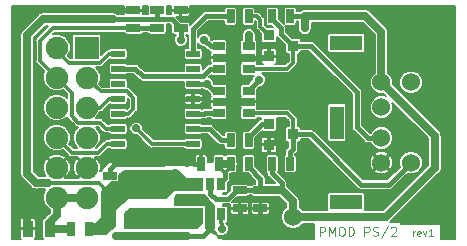
<source format=gbr>
G04 #@! TF.GenerationSoftware,KiCad,Pcbnew,5.0.2*
G04 #@! TF.CreationDate,2020-07-19T07:30:29+02:00*
G04 #@! TF.ProjectId,pmod-ps2,706d6f64-2d70-4733-922e-6b696361645f,1*
G04 #@! TF.SameCoordinates,Original*
G04 #@! TF.FileFunction,Copper,L1,Top*
G04 #@! TF.FilePolarity,Positive*
%FSLAX46Y46*%
G04 Gerber Fmt 4.6, Leading zero omitted, Abs format (unit mm)*
G04 Created by KiCad (PCBNEW 5.0.2) date dim. 19 juil. 2020 07:30:29 CEST*
%MOMM*%
%LPD*%
G01*
G04 APERTURE LIST*
G04 #@! TA.AperFunction,NonConductor*
%ADD10C,0.101600*%
G04 #@! TD*
G04 #@! TA.AperFunction,ComponentPad*
%ADD11R,2.000000X1.900000*%
G04 #@! TD*
G04 #@! TA.AperFunction,ComponentPad*
%ADD12C,1.900000*%
G04 #@! TD*
G04 #@! TA.AperFunction,ComponentPad*
%ADD13C,1.524000*%
G04 #@! TD*
G04 #@! TA.AperFunction,ComponentPad*
%ADD14R,2.800000X1.200000*%
G04 #@! TD*
G04 #@! TA.AperFunction,ComponentPad*
%ADD15R,1.200000X2.800000*%
G04 #@! TD*
G04 #@! TA.AperFunction,SMDPad,CuDef*
%ADD16R,0.889000X1.397000*%
G04 #@! TD*
G04 #@! TA.AperFunction,SMDPad,CuDef*
%ADD17R,0.635000X1.143000*%
G04 #@! TD*
G04 #@! TA.AperFunction,SMDPad,CuDef*
%ADD18R,0.701040X1.000760*%
G04 #@! TD*
G04 #@! TA.AperFunction,SMDPad,CuDef*
%ADD19R,1.143000X0.635000*%
G04 #@! TD*
G04 #@! TA.AperFunction,SMDPad,CuDef*
%ADD20R,3.400000X1.300000*%
G04 #@! TD*
G04 #@! TA.AperFunction,SMDPad,CuDef*
%ADD21R,0.914400X0.914400*%
G04 #@! TD*
G04 #@! TA.AperFunction,SMDPad,CuDef*
%ADD22R,1.000760X0.701040*%
G04 #@! TD*
G04 #@! TA.AperFunction,SMDPad,CuDef*
%ADD23R,1.143000X0.508000*%
G04 #@! TD*
G04 #@! TA.AperFunction,ViaPad*
%ADD24C,0.711200*%
G04 #@! TD*
G04 #@! TA.AperFunction,Conductor*
%ADD25C,0.406400*%
G04 #@! TD*
G04 #@! TA.AperFunction,Conductor*
%ADD26C,0.711200*%
G04 #@! TD*
G04 #@! TA.AperFunction,Conductor*
%ADD27C,0.304800*%
G04 #@! TD*
G04 #@! TA.AperFunction,Conductor*
%ADD28C,0.203200*%
G04 #@! TD*
G04 #@! TA.AperFunction,Conductor*
%ADD29C,0.152400*%
G04 #@! TD*
G04 APERTURE END LIST*
D10*
X163685714Y-114601428D02*
X163685714Y-114201428D01*
X163685714Y-114315714D02*
X163714285Y-114258571D01*
X163742857Y-114230000D01*
X163800000Y-114201428D01*
X163857142Y-114201428D01*
X164285714Y-114572857D02*
X164228571Y-114601428D01*
X164114285Y-114601428D01*
X164057142Y-114572857D01*
X164028571Y-114515714D01*
X164028571Y-114287142D01*
X164057142Y-114230000D01*
X164114285Y-114201428D01*
X164228571Y-114201428D01*
X164285714Y-114230000D01*
X164314285Y-114287142D01*
X164314285Y-114344285D01*
X164028571Y-114401428D01*
X164514285Y-114201428D02*
X164657142Y-114601428D01*
X164800000Y-114201428D01*
X165342857Y-114601428D02*
X165000000Y-114601428D01*
X165171428Y-114601428D02*
X165171428Y-114001428D01*
X165114285Y-114087142D01*
X165057142Y-114144285D01*
X165000000Y-114172857D01*
X155788714Y-114594714D02*
X155788714Y-113832714D01*
X156079000Y-113832714D01*
X156151571Y-113869000D01*
X156187857Y-113905285D01*
X156224142Y-113977857D01*
X156224142Y-114086714D01*
X156187857Y-114159285D01*
X156151571Y-114195571D01*
X156079000Y-114231857D01*
X155788714Y-114231857D01*
X156550714Y-114594714D02*
X156550714Y-113832714D01*
X156804714Y-114377000D01*
X157058714Y-113832714D01*
X157058714Y-114594714D01*
X157566714Y-113832714D02*
X157711857Y-113832714D01*
X157784428Y-113869000D01*
X157857000Y-113941571D01*
X157893285Y-114086714D01*
X157893285Y-114340714D01*
X157857000Y-114485857D01*
X157784428Y-114558428D01*
X157711857Y-114594714D01*
X157566714Y-114594714D01*
X157494142Y-114558428D01*
X157421571Y-114485857D01*
X157385285Y-114340714D01*
X157385285Y-114086714D01*
X157421571Y-113941571D01*
X157494142Y-113869000D01*
X157566714Y-113832714D01*
X158219857Y-114594714D02*
X158219857Y-113832714D01*
X158401285Y-113832714D01*
X158510142Y-113869000D01*
X158582714Y-113941571D01*
X158619000Y-114014142D01*
X158655285Y-114159285D01*
X158655285Y-114268142D01*
X158619000Y-114413285D01*
X158582714Y-114485857D01*
X158510142Y-114558428D01*
X158401285Y-114594714D01*
X158219857Y-114594714D01*
X159562428Y-114594714D02*
X159562428Y-113832714D01*
X159852714Y-113832714D01*
X159925285Y-113869000D01*
X159961571Y-113905285D01*
X159997857Y-113977857D01*
X159997857Y-114086714D01*
X159961571Y-114159285D01*
X159925285Y-114195571D01*
X159852714Y-114231857D01*
X159562428Y-114231857D01*
X160288142Y-114558428D02*
X160397000Y-114594714D01*
X160578428Y-114594714D01*
X160651000Y-114558428D01*
X160687285Y-114522142D01*
X160723571Y-114449571D01*
X160723571Y-114377000D01*
X160687285Y-114304428D01*
X160651000Y-114268142D01*
X160578428Y-114231857D01*
X160433285Y-114195571D01*
X160360714Y-114159285D01*
X160324428Y-114123000D01*
X160288142Y-114050428D01*
X160288142Y-113977857D01*
X160324428Y-113905285D01*
X160360714Y-113869000D01*
X160433285Y-113832714D01*
X160614714Y-113832714D01*
X160723571Y-113869000D01*
X161594428Y-113796428D02*
X160941285Y-114776142D01*
X161812142Y-113905285D02*
X161848428Y-113869000D01*
X161921000Y-113832714D01*
X162102428Y-113832714D01*
X162175000Y-113869000D01*
X162211285Y-113905285D01*
X162247571Y-113977857D01*
X162247571Y-114050428D01*
X162211285Y-114159285D01*
X161775857Y-114594714D01*
X162247571Y-114594714D01*
D11*
G04 #@! TO.P,P1,1*
G04 #@! TO.N,Net-(P1-Pad1)*
X136040000Y-98650000D03*
D12*
G04 #@! TO.P,P1,2*
G04 #@! TO.N,PMOD_TXD*
X136040000Y-101190000D03*
G04 #@! TO.P,P1,3*
G04 #@! TO.N,PMOD_RXD*
X136040000Y-103730000D03*
G04 #@! TO.P,P1,4*
G04 #@! TO.N,Net-(P1-Pad4)*
X136040000Y-106270000D03*
G04 #@! TO.P,P1,5*
G04 #@! TO.N,GND*
X136040000Y-108810000D03*
G04 #@! TO.P,P1,6*
G04 #@! TO.N,VCC*
X136040000Y-111350000D03*
G04 #@! TO.P,P1,7*
G04 #@! TO.N,IRQ*
X133500000Y-98650000D03*
G04 #@! TO.P,P1,8*
G04 #@! TO.N,RST*
X133500000Y-101190000D03*
G04 #@! TO.P,P1,9*
G04 #@! TO.N,SWDIO*
X133500000Y-103730000D03*
G04 #@! TO.P,P1,10*
G04 #@! TO.N,SWCLK*
X133500000Y-106270000D03*
G04 #@! TO.P,P1,11*
G04 #@! TO.N,GND*
X133500000Y-108810000D03*
G04 #@! TO.P,P1,12*
G04 #@! TO.N,VCC*
X133500000Y-111350000D03*
G04 #@! TD*
D13*
G04 #@! TO.P,P2,1*
G04 #@! TO.N,Net-(P2-Pad1)*
X161000000Y-106300000D03*
G04 #@! TO.P,P2,2*
G04 #@! TO.N,Net-(P2-Pad2)*
X161000000Y-103700000D03*
G04 #@! TO.P,P2,3*
G04 #@! TO.N,GND*
X161000000Y-108400000D03*
G04 #@! TO.P,P2,4*
G04 #@! TO.N,+5V*
X161000000Y-101600000D03*
G04 #@! TO.P,P2,5*
G04 #@! TO.N,Net-(P2-Pad5)*
X163500000Y-108400000D03*
G04 #@! TO.P,P2,6*
G04 #@! TO.N,Net-(P2-Pad6)*
X163500000Y-101600000D03*
D14*
G04 #@! TO.P,P2,0*
G04 #@! TO.N,N/C*
X158000000Y-98250000D03*
X158000000Y-111750000D03*
D15*
X157200000Y-105000000D03*
G04 #@! TD*
D16*
G04 #@! TO.P,C1,1*
G04 #@! TO.N,VCC*
X132952500Y-114000000D03*
G04 #@! TO.P,C1,2*
G04 #@! TO.N,GND*
X131047500Y-114000000D03*
G04 #@! TD*
D17*
G04 #@! TO.P,L1,1*
G04 #@! TO.N,VCC*
X134738000Y-114000000D03*
G04 #@! TO.P,L1,2*
G04 #@! TO.N,+3.3V*
X136262000Y-114000000D03*
G04 #@! TD*
D18*
G04 #@! TO.P,U2,6*
G04 #@! TO.N,+3.3V*
X145547500Y-110230000D03*
G04 #@! TO.P,U2,5*
G04 #@! TO.N,+5V*
X146500000Y-110230000D03*
G04 #@! TO.P,U2,4*
G04 #@! TO.N,Net-(R1-Pad2)*
X147452500Y-110230000D03*
G04 #@! TO.P,U2,3*
G04 #@! TO.N,+3.3V*
X147452500Y-112770000D03*
G04 #@! TO.P,U2,2*
G04 #@! TO.N,GND*
X146500000Y-112770000D03*
G04 #@! TO.P,U2,1*
G04 #@! TO.N,/V_SW*
X145547500Y-112770000D03*
G04 #@! TD*
D19*
G04 #@! TO.P,C2,1*
G04 #@! TO.N,+3.3V*
X138000000Y-111012000D03*
G04 #@! TO.P,C2,2*
G04 #@! TO.N,GND*
X138000000Y-109488000D03*
G04 #@! TD*
D20*
G04 #@! TO.P,L2,1*
G04 #@! TO.N,+3.3V*
X141000000Y-109700000D03*
G04 #@! TO.P,L2,2*
G04 #@! TO.N,/V_SW*
X141000000Y-113300000D03*
G04 #@! TD*
D19*
G04 #@! TO.P,C3,1*
G04 #@! TO.N,+3.3V*
X144000000Y-110238000D03*
G04 #@! TO.P,C3,2*
G04 #@! TO.N,GND*
X144000000Y-111762000D03*
G04 #@! TD*
D17*
G04 #@! TO.P,R1,1*
G04 #@! TO.N,+5V*
X149762000Y-108500000D03*
G04 #@! TO.P,R1,2*
G04 #@! TO.N,Net-(R1-Pad2)*
X148238000Y-108500000D03*
G04 #@! TD*
G04 #@! TO.P,R2,2*
G04 #@! TO.N,GND*
X145728000Y-108500000D03*
G04 #@! TO.P,R2,1*
G04 #@! TO.N,Net-(R1-Pad2)*
X147252000Y-108500000D03*
G04 #@! TD*
D19*
G04 #@! TO.P,C4,1*
G04 #@! TO.N,+5V*
X149000000Y-110738000D03*
G04 #@! TO.P,C4,2*
G04 #@! TO.N,GND*
X149000000Y-112262000D03*
G04 #@! TD*
G04 #@! TO.P,C5,2*
G04 #@! TO.N,GND*
X150750000Y-112262000D03*
G04 #@! TO.P,C5,1*
G04 #@! TO.N,+5V*
X150750000Y-110738000D03*
G04 #@! TD*
D13*
G04 #@! TO.P,TP2,1*
G04 #@! TO.N,+5V*
X153500000Y-113000000D03*
G04 #@! TD*
D21*
G04 #@! TO.P,Q1,3*
G04 #@! TO.N,Net-(P2-Pad5)*
X153516000Y-106000000D03*
G04 #@! TO.P,Q1,1*
G04 #@! TO.N,Net-(Q1-Pad1)*
X151484000Y-105111000D03*
G04 #@! TO.P,Q1,2*
G04 #@! TO.N,GND*
X151484000Y-106889000D03*
G04 #@! TD*
G04 #@! TO.P,Q2,2*
G04 #@! TO.N,GND*
X151484000Y-99389000D03*
G04 #@! TO.P,Q2,1*
G04 #@! TO.N,Net-(Q2-Pad1)*
X151484000Y-97611000D03*
G04 #@! TO.P,Q2,3*
G04 #@! TO.N,Net-(P2-Pad1)*
X153516000Y-98500000D03*
G04 #@! TD*
D17*
G04 #@! TO.P,R3,2*
G04 #@! TO.N,Net-(P2-Pad5)*
X153262000Y-108500000D03*
G04 #@! TO.P,R3,1*
G04 #@! TO.N,+5V*
X151738000Y-108500000D03*
G04 #@! TD*
G04 #@! TO.P,R4,1*
G04 #@! TO.N,+5V*
X153262000Y-96000000D03*
G04 #@! TO.P,R4,2*
G04 #@! TO.N,Net-(P2-Pad1)*
X151738000Y-96000000D03*
G04 #@! TD*
G04 #@! TO.P,R5,2*
G04 #@! TO.N,CLK_O*
X148238000Y-106500000D03*
G04 #@! TO.P,R5,1*
G04 #@! TO.N,Net-(Q1-Pad1)*
X149762000Y-106500000D03*
G04 #@! TD*
G04 #@! TO.P,R6,1*
G04 #@! TO.N,Net-(Q2-Pad1)*
X149762000Y-96000000D03*
G04 #@! TO.P,R6,2*
G04 #@! TO.N,DAT_O*
X148238000Y-96000000D03*
G04 #@! TD*
D22*
G04 #@! TO.P,U3,1*
G04 #@! TO.N,+3.3V*
X147230000Y-102297500D03*
G04 #@! TO.P,U3,2*
G04 #@! TO.N,GND*
X147230000Y-103250000D03*
G04 #@! TO.P,U3,3*
G04 #@! TO.N,CLK_I*
X147230000Y-104202500D03*
G04 #@! TO.P,U3,4*
G04 #@! TO.N,Net-(P2-Pad5)*
X149770000Y-104202500D03*
G04 #@! TO.P,U3,5*
G04 #@! TO.N,GND*
X149770000Y-103250000D03*
G04 #@! TO.P,U3,6*
G04 #@! TO.N,+5V*
X149770000Y-102297500D03*
G04 #@! TD*
G04 #@! TO.P,U4,6*
G04 #@! TO.N,+5V*
X149770000Y-98547500D03*
G04 #@! TO.P,U4,5*
G04 #@! TO.N,GND*
X149770000Y-99500000D03*
G04 #@! TO.P,U4,4*
G04 #@! TO.N,Net-(P2-Pad1)*
X149770000Y-100452500D03*
G04 #@! TO.P,U4,3*
G04 #@! TO.N,DAT_I*
X147230000Y-100452500D03*
G04 #@! TO.P,U4,2*
G04 #@! TO.N,GND*
X147230000Y-99500000D03*
G04 #@! TO.P,U4,1*
G04 #@! TO.N,+3.3V*
X147230000Y-98547500D03*
G04 #@! TD*
D23*
G04 #@! TO.P,U1,1*
G04 #@! TO.N,IRQ*
X138698000Y-99190000D03*
G04 #@! TO.P,U1,2*
G04 #@! TO.N,DAT_I*
X138698000Y-100460000D03*
G04 #@! TO.P,U1,3*
G04 #@! TO.N,Net-(U1-Pad3)*
X138698000Y-101730000D03*
G04 #@! TO.P,U1,4*
G04 #@! TO.N,PMOD_RXD*
X138698000Y-103000000D03*
G04 #@! TO.P,U1,5*
G04 #@! TO.N,PMOD_TXD*
X138698000Y-104270000D03*
G04 #@! TO.P,U1,6*
G04 #@! TO.N,RST*
X138698000Y-105540000D03*
G04 #@! TO.P,U1,7*
G04 #@! TO.N,SWCLK*
X138698000Y-106810000D03*
G04 #@! TO.P,U1,8*
G04 #@! TO.N,SWDIO*
X145048000Y-106810000D03*
G04 #@! TO.P,U1,9*
G04 #@! TO.N,CLK_O*
X145048000Y-105540000D03*
G04 #@! TO.P,U1,11*
G04 #@! TO.N,GND*
X145048000Y-103000000D03*
G04 #@! TO.P,U1,12*
G04 #@! TO.N,+3.3V*
X145048000Y-101730000D03*
G04 #@! TO.P,U1,13*
G04 #@! TO.N,Net-(U1-Pad13)*
X145048000Y-100460000D03*
G04 #@! TO.P,U1,14*
G04 #@! TO.N,DAT_O*
X145048000Y-99190000D03*
G04 #@! TO.P,U1,10*
G04 #@! TO.N,CLK_I*
X145048000Y-104270000D03*
G04 #@! TD*
D19*
G04 #@! TO.P,C6,1*
G04 #@! TO.N,+3.3V*
X144000000Y-97012000D03*
G04 #@! TO.P,C6,2*
G04 #@! TO.N,GND*
X144000000Y-95488000D03*
G04 #@! TD*
G04 #@! TO.P,C7,2*
G04 #@! TO.N,GND*
X140000000Y-95488000D03*
G04 #@! TO.P,C7,1*
G04 #@! TO.N,RST*
X140000000Y-97012000D03*
G04 #@! TD*
G04 #@! TO.P,R7,1*
G04 #@! TO.N,RST*
X142000000Y-97012000D03*
G04 #@! TO.P,R7,2*
G04 #@! TO.N,+3.3V*
X142000000Y-95488000D03*
G04 #@! TD*
D24*
G04 #@! TO.N,GND*
X145500000Y-111500000D03*
X146500000Y-114000000D03*
X140500000Y-108400000D03*
X144500000Y-114600000D03*
X142500000Y-114600000D03*
X140500000Y-114600000D03*
X138500000Y-114600000D03*
X142500000Y-108400000D03*
X144500000Y-108400000D03*
X138500000Y-108400000D03*
X148500000Y-114600000D03*
X150500000Y-114600000D03*
X152500000Y-114600000D03*
X149000000Y-113250000D03*
X150750000Y-113250000D03*
X131000000Y-112500000D03*
X166500000Y-114600000D03*
X154500000Y-114600000D03*
X148500000Y-103250000D03*
X148500000Y-99500000D03*
X152500000Y-106000000D03*
X143970000Y-103000000D03*
X130000000Y-105000000D03*
X138750000Y-95500000D03*
X145250000Y-95500000D03*
X142000000Y-99250000D03*
X130000000Y-95500000D03*
G04 #@! TO.N,+3.3V*
X147500000Y-114000000D03*
X143500000Y-109250000D03*
X144000000Y-98000000D03*
X146000000Y-98000000D03*
X146250000Y-101730000D03*
G04 #@! TO.N,+5V*
X149770000Y-97600000D03*
X154500000Y-97000000D03*
X150650000Y-101380000D03*
G04 #@! TO.N,SWDIO*
X140250000Y-105500000D03*
G04 #@! TD*
D25*
G04 #@! TO.N,GND*
X146500000Y-112770000D02*
X146500000Y-111990000D01*
X146500000Y-111990000D02*
X146010000Y-111500000D01*
X146010000Y-111500000D02*
X145500000Y-111500000D01*
X144000000Y-111762000D02*
X144848000Y-111762000D01*
X144848000Y-111762000D02*
X145110000Y-111500000D01*
X145110000Y-111500000D02*
X145500000Y-111500000D01*
X146500000Y-112770000D02*
X146500000Y-114000000D01*
X145900000Y-114600000D02*
X146500000Y-114000000D01*
X144500000Y-114600000D02*
X145900000Y-114600000D01*
D26*
X142500000Y-114600000D02*
X144500000Y-114600000D01*
X140500000Y-114600000D02*
X142500000Y-114600000D01*
X140500000Y-114600000D02*
X138500000Y-114600000D01*
X140500000Y-108400000D02*
X142500000Y-108400000D01*
D25*
X142500000Y-108400000D02*
X144500000Y-108400000D01*
D26*
X140500000Y-108400000D02*
X138500000Y-108400000D01*
D25*
X138000000Y-109488000D02*
X138000000Y-108900000D01*
X138000000Y-108900000D02*
X138500000Y-108400000D01*
D27*
X148500000Y-114600000D02*
X147990000Y-114600000D01*
X147990000Y-114600000D02*
X147870000Y-114720000D01*
X147870000Y-114720000D02*
X147220000Y-114720000D01*
X146500000Y-114000000D02*
X146870000Y-114370000D01*
D28*
X146870000Y-114370000D02*
X147220000Y-114720000D01*
D26*
X148500000Y-114600000D02*
X150500000Y-114600000D01*
X150500000Y-114600000D02*
X152500000Y-114600000D01*
D25*
X149000000Y-112262000D02*
X149000000Y-113250000D01*
X150750000Y-112262000D02*
X150750000Y-113250000D01*
X145728000Y-108500000D02*
X145130000Y-108500000D01*
X145130000Y-108500000D02*
X145030000Y-108400000D01*
X145030000Y-108400000D02*
X144500000Y-108400000D01*
D26*
X131000000Y-112500000D02*
X131000000Y-113952500D01*
X131000000Y-113952500D02*
X131047500Y-114000000D01*
X152500000Y-114600000D02*
X154500000Y-114600000D01*
X147230000Y-103250000D02*
X148500000Y-103250000D01*
X149770000Y-103250000D02*
X148500000Y-103250000D01*
X148500000Y-99500000D02*
X147230000Y-99500000D01*
X148500000Y-99500000D02*
X149770000Y-99500000D01*
D25*
X149770000Y-99500000D02*
X151373000Y-99500000D01*
X151373000Y-99500000D02*
X151484000Y-99389000D01*
X151484000Y-106889000D02*
X151611000Y-106889000D01*
X151611000Y-106889000D02*
X152500000Y-106000000D01*
X145048000Y-103000000D02*
X143970000Y-103000000D01*
X139610000Y-95478000D02*
X138772000Y-95478000D01*
X138772000Y-95478000D02*
X138750000Y-95500000D01*
X145250000Y-95500000D02*
X144012000Y-95500000D01*
X144012000Y-95500000D02*
X144000000Y-95488000D01*
D26*
G04 #@! TO.N,VCC*
X134738000Y-114000000D02*
X132952500Y-114000000D01*
X133500000Y-111350000D02*
X133500000Y-112860000D01*
X133500000Y-112860000D02*
X132952500Y-113407500D01*
X132952500Y-113407500D02*
X132952500Y-114000000D01*
X136040000Y-111350000D02*
X133500000Y-111350000D01*
D25*
G04 #@! TO.N,Net-(P2-Pad1)*
X161000000Y-106300000D02*
X159840000Y-106300000D01*
X159840000Y-106300000D02*
X158940000Y-105400000D01*
X158940000Y-105400000D02*
X158940000Y-102440000D01*
X158940000Y-102440000D02*
X155000000Y-98500000D01*
X155000000Y-98500000D02*
X153516000Y-98500000D01*
X151738000Y-96000000D02*
X151738000Y-96258000D01*
X151738000Y-96258000D02*
X152500000Y-97020000D01*
X152500000Y-97020000D02*
X152500000Y-97484000D01*
X152500000Y-97484000D02*
X153516000Y-98500000D01*
D27*
X149770000Y-100452500D02*
X150532500Y-100452500D01*
X150532500Y-100452500D02*
X150535000Y-100450000D01*
X150535000Y-100450000D02*
X153000000Y-100450000D01*
X153516000Y-98500000D02*
X153516000Y-99934000D01*
X153516000Y-99934000D02*
X153000000Y-100450000D01*
D25*
G04 #@! TO.N,Net-(P2-Pad5)*
X163500000Y-108400000D02*
X161650000Y-110250000D01*
X161650000Y-110250000D02*
X159250000Y-110250000D01*
X159250000Y-110250000D02*
X155000000Y-106000000D01*
X155000000Y-106000000D02*
X153516000Y-106000000D01*
X153262000Y-108500000D02*
X153262000Y-107508000D01*
X153262000Y-107508000D02*
X153516000Y-107254000D01*
X153516000Y-107254000D02*
X153516000Y-106000000D01*
D27*
X149770000Y-104202500D02*
X150532500Y-104202500D01*
X150532500Y-104202500D02*
X150535000Y-104200000D01*
X150535000Y-104200000D02*
X153000000Y-104200000D01*
X153516000Y-106000000D02*
X153516000Y-104716000D01*
X153516000Y-104716000D02*
X153000000Y-104200000D01*
D25*
G04 #@! TO.N,+3.3V*
X136262000Y-114000000D02*
X136990000Y-114000000D01*
X136990000Y-114000000D02*
X138000000Y-112990000D01*
X138000000Y-112990000D02*
X138000000Y-111012000D01*
X138000000Y-111012000D02*
X138918000Y-111012000D01*
X138918000Y-111012000D02*
X140230000Y-109700000D01*
X140230000Y-109700000D02*
X141000000Y-109700000D01*
X144000000Y-110238000D02*
X145539500Y-110238000D01*
X145539500Y-110238000D02*
X145547500Y-110230000D01*
X144000000Y-110238000D02*
X143128000Y-110238000D01*
X143128000Y-110238000D02*
X143040000Y-110150000D01*
X143040000Y-110150000D02*
X141450000Y-110150000D01*
X141450000Y-110150000D02*
X141000000Y-109700000D01*
D27*
X147452500Y-112770000D02*
X147452500Y-113532500D01*
X147452500Y-113532500D02*
X147500000Y-113580000D01*
X147500000Y-113580000D02*
X147500000Y-114000000D01*
X144000000Y-110238000D02*
X144000000Y-109750000D01*
X144000000Y-109750000D02*
X143500000Y-109250000D01*
X138000000Y-111012000D02*
X138000000Y-111010000D01*
X138000000Y-111010000D02*
X137070000Y-110080000D01*
D26*
X131000000Y-97620000D02*
X131000000Y-109320000D01*
X131000000Y-109320000D02*
X131760000Y-110080000D01*
X131760000Y-110080000D02*
X132750000Y-110080000D01*
D27*
X132750000Y-110080000D02*
X137070000Y-110080000D01*
D26*
X131000000Y-97620000D02*
X132370000Y-96250000D01*
X132370000Y-96250000D02*
X138250000Y-96250000D01*
D25*
X143238000Y-96250000D02*
X144000000Y-97012000D01*
X142000000Y-95488000D02*
X142000000Y-96250000D01*
X142000000Y-96250000D02*
X143238000Y-96250000D01*
X142000000Y-96250000D02*
X138250000Y-96250000D01*
X144000000Y-97012000D02*
X144000000Y-98000000D01*
X147230000Y-98547500D02*
X146547500Y-98547500D01*
X146547500Y-98547500D02*
X146000000Y-98000000D01*
X145048000Y-101730000D02*
X146250000Y-101730000D01*
X147230000Y-102297500D02*
X146817500Y-102297500D01*
X146817500Y-102297500D02*
X146250000Y-101730000D01*
G04 #@! TO.N,+5V*
X146500000Y-110230000D02*
X146500000Y-111020000D01*
X146500000Y-111020000D02*
X146980000Y-111500000D01*
X146980000Y-111500000D02*
X147980000Y-111500000D01*
X147980000Y-111500000D02*
X148742000Y-110738000D01*
X148742000Y-110738000D02*
X149000000Y-110738000D01*
X150750000Y-110738000D02*
X149000000Y-110738000D01*
X150750000Y-110738000D02*
X150750000Y-109740000D01*
X150750000Y-109740000D02*
X149762000Y-108752000D01*
X149762000Y-108752000D02*
X149762000Y-108500000D01*
D26*
X165500000Y-108860000D02*
X165500000Y-106100000D01*
X165500000Y-106100000D02*
X161000000Y-101600000D01*
X153500000Y-113000000D02*
X161360000Y-113000000D01*
X161360000Y-113000000D02*
X165500000Y-108860000D01*
X150750000Y-110738000D02*
X152558000Y-110738000D01*
X152558000Y-110738000D02*
X153500000Y-111680000D01*
X153500000Y-111680000D02*
X153500000Y-113000000D01*
X161000000Y-101600000D02*
X161000000Y-97360000D01*
X161000000Y-97360000D02*
X159640000Y-96000000D01*
D25*
X152558000Y-110738000D02*
X152558000Y-110128000D01*
X152558000Y-110128000D02*
X151738000Y-109308000D01*
X151738000Y-109308000D02*
X151738000Y-108500000D01*
D26*
X149770000Y-98547500D02*
X149770000Y-97600000D01*
X159640000Y-96000000D02*
X154500000Y-96000000D01*
X154500000Y-97000000D02*
X154500000Y-96000000D01*
D25*
X154500000Y-96000000D02*
X153262000Y-96000000D01*
X149770000Y-102297500D02*
X149770000Y-102260000D01*
X149770000Y-102260000D02*
X150650000Y-101380000D01*
D27*
G04 #@! TO.N,Net-(R1-Pad2)*
X147252000Y-108500000D02*
X147252000Y-108752000D01*
X147252000Y-108752000D02*
X147750000Y-109250000D01*
X148238000Y-108500000D02*
X148238000Y-108762000D01*
X148238000Y-108762000D02*
X147750000Y-109250000D01*
D26*
X147252000Y-108500000D02*
X148238000Y-108500000D01*
D25*
X147452500Y-110230000D02*
X147452500Y-110027500D01*
X147452500Y-110027500D02*
X147750000Y-109730000D01*
X147750000Y-109730000D02*
X147750000Y-109250000D01*
G04 #@! TO.N,Net-(Q1-Pad1)*
X151484000Y-105111000D02*
X150899000Y-105111000D01*
X150899000Y-105111000D02*
X149762000Y-106248000D01*
X149762000Y-106248000D02*
X149762000Y-106500000D01*
D27*
G04 #@! TO.N,Net-(Q2-Pad1)*
X151484000Y-97611000D02*
X151481000Y-97611000D01*
X151481000Y-97611000D02*
X150750000Y-96880000D01*
X150750000Y-96880000D02*
X150750000Y-96320000D01*
X150750000Y-96320000D02*
X150430000Y-96000000D01*
X150430000Y-96000000D02*
X149762000Y-96000000D01*
D25*
G04 #@! TO.N,CLK_O*
X145048000Y-105540000D02*
X146440000Y-105540000D01*
X146440000Y-105540000D02*
X147400000Y-106500000D01*
X147400000Y-106500000D02*
X148238000Y-106500000D01*
G04 #@! TO.N,DAT_O*
X145048000Y-99190000D02*
X145048000Y-97082000D01*
X145048000Y-97082000D02*
X146130000Y-96000000D01*
X146130000Y-96000000D02*
X148238000Y-96000000D01*
G04 #@! TO.N,CLK_I*
X145048000Y-104270000D02*
X145960000Y-104270000D01*
X145960000Y-104270000D02*
X146027500Y-104202500D01*
X146027500Y-104202500D02*
X147230000Y-104202500D01*
G04 #@! TO.N,DAT_I*
X147230000Y-100452500D02*
X146497500Y-100452500D01*
X146497500Y-100452500D02*
X145850000Y-101100000D01*
X145850000Y-101100000D02*
X140790000Y-101100000D01*
X140790000Y-101100000D02*
X140150000Y-100460000D01*
X140150000Y-100460000D02*
X138698000Y-100460000D01*
G04 #@! TO.N,/V_SW*
X141000000Y-113300000D02*
X143970000Y-113300000D01*
X143970000Y-113300000D02*
X144500000Y-112770000D01*
X144500000Y-112770000D02*
X145547500Y-112770000D01*
D27*
G04 #@! TO.N,SWCLK*
X133500000Y-106270000D02*
X134770000Y-107540000D01*
X134770000Y-107540000D02*
X137010000Y-107540000D01*
X137010000Y-107540000D02*
X137740000Y-106810000D01*
X137740000Y-106810000D02*
X138698000Y-106810000D01*
G04 #@! TO.N,SWDIO*
X145048000Y-106810000D02*
X141560000Y-106810000D01*
X141560000Y-106810000D02*
X140250000Y-105500000D01*
G04 #@! TO.N,PMOD_TXD*
X138698000Y-104270000D02*
X139570000Y-104270000D01*
X139570000Y-104270000D02*
X140000000Y-103840000D01*
X140000000Y-103840000D02*
X140000000Y-102900000D01*
X140000000Y-102900000D02*
X139470000Y-102370000D01*
X139470000Y-102370000D02*
X137220000Y-102370000D01*
X137220000Y-102370000D02*
X136040000Y-101190000D01*
G04 #@! TO.N,PMOD_RXD*
X136040000Y-103730000D02*
X137200000Y-103730000D01*
X137200000Y-103730000D02*
X137930000Y-103000000D01*
X137930000Y-103000000D02*
X138698000Y-103000000D01*
G04 #@! TO.N,IRQ*
X133500000Y-98650000D02*
X133500000Y-98910000D01*
X133500000Y-98910000D02*
X134510000Y-99920000D01*
X134510000Y-99920000D02*
X137170000Y-99920000D01*
X137170000Y-99920000D02*
X137900000Y-99190000D01*
X137900000Y-99190000D02*
X138698000Y-99190000D01*
G04 #@! TO.N,RST*
X138698000Y-105540000D02*
X137670000Y-105540000D01*
X137670000Y-105540000D02*
X137130000Y-105000000D01*
X137130000Y-105000000D02*
X135310000Y-105000000D01*
X135310000Y-105000000D02*
X134770000Y-104460000D01*
X134770000Y-104460000D02*
X134770000Y-102460000D01*
X134770000Y-102460000D02*
X133500000Y-101190000D01*
D25*
X142000000Y-97012000D02*
X140000000Y-97012000D01*
D27*
X140000000Y-97012000D02*
X133148000Y-97012000D01*
X133148000Y-97012000D02*
X132090000Y-98070000D01*
X132090000Y-98070000D02*
X132090000Y-99780000D01*
X132090000Y-99780000D02*
X133500000Y-101190000D01*
G04 #@! TD*
D29*
G04 #@! TO.N,+3.3V*
G36*
X144446118Y-109753882D02*
X144470840Y-109770400D01*
X144500000Y-109776200D01*
X145823800Y-109776200D01*
X145823800Y-110673800D01*
X143500000Y-110673800D01*
X143470840Y-110679600D01*
X143446118Y-110696118D01*
X142718436Y-111423800D01*
X139500000Y-111423800D01*
X139470840Y-111429600D01*
X139446118Y-111446118D01*
X138446118Y-112446118D01*
X138429600Y-112470840D01*
X138423800Y-112500000D01*
X138423800Y-113718436D01*
X137718436Y-114423800D01*
X135976200Y-114423800D01*
X135976200Y-113576200D01*
X136750000Y-113576200D01*
X136779160Y-113570400D01*
X136803882Y-113553882D01*
X137303882Y-113053882D01*
X137320400Y-113029160D01*
X137326200Y-113000000D01*
X137326200Y-110784462D01*
X138174377Y-110038578D01*
X138571500Y-110038578D01*
X138660695Y-110020836D01*
X138736311Y-109970311D01*
X138786836Y-109894695D01*
X138804578Y-109805500D01*
X138804578Y-109484381D01*
X139268738Y-109076200D01*
X143768436Y-109076200D01*
X144446118Y-109753882D01*
X144446118Y-109753882D01*
G37*
X144446118Y-109753882D02*
X144470840Y-109770400D01*
X144500000Y-109776200D01*
X145823800Y-109776200D01*
X145823800Y-110673800D01*
X143500000Y-110673800D01*
X143470840Y-110679600D01*
X143446118Y-110696118D01*
X142718436Y-111423800D01*
X139500000Y-111423800D01*
X139470840Y-111429600D01*
X139446118Y-111446118D01*
X138446118Y-112446118D01*
X138429600Y-112470840D01*
X138423800Y-112500000D01*
X138423800Y-113718436D01*
X137718436Y-114423800D01*
X135976200Y-114423800D01*
X135976200Y-113576200D01*
X136750000Y-113576200D01*
X136779160Y-113570400D01*
X136803882Y-113553882D01*
X137303882Y-113053882D01*
X137320400Y-113029160D01*
X137326200Y-113000000D01*
X137326200Y-110784462D01*
X138174377Y-110038578D01*
X138571500Y-110038578D01*
X138660695Y-110020836D01*
X138736311Y-109970311D01*
X138786836Y-109894695D01*
X138804578Y-109805500D01*
X138804578Y-109484381D01*
X139268738Y-109076200D01*
X143768436Y-109076200D01*
X144446118Y-109753882D01*
G04 #@! TO.N,/V_SW*
G36*
X145823800Y-113468436D02*
X145368436Y-113923800D01*
X139326200Y-113923800D01*
X139326200Y-112681564D01*
X139681564Y-112326200D01*
X145823800Y-112326200D01*
X145823800Y-113468436D01*
X145823800Y-113468436D01*
G37*
X145823800Y-113468436D02*
X145368436Y-113923800D01*
X139326200Y-113923800D01*
X139326200Y-112681564D01*
X139681564Y-112326200D01*
X145823800Y-112326200D01*
X145823800Y-113468436D01*
G04 #@! TO.N,GND*
G36*
X146823800Y-112031564D02*
X146823800Y-113923800D01*
X146176200Y-113923800D01*
X146176200Y-112080000D01*
X146170400Y-112050840D01*
X146153882Y-112026118D01*
X146129160Y-112009600D01*
X146100000Y-112003800D01*
X143496200Y-112003800D01*
X143496200Y-111381564D01*
X143701564Y-111176200D01*
X145968436Y-111176200D01*
X146823800Y-112031564D01*
X146823800Y-112031564D01*
G37*
X146823800Y-112031564D02*
X146823800Y-113923800D01*
X146176200Y-113923800D01*
X146176200Y-112080000D01*
X146170400Y-112050840D01*
X146153882Y-112026118D01*
X146129160Y-112009600D01*
X146100000Y-112003800D01*
X143496200Y-112003800D01*
X143496200Y-111381564D01*
X143701564Y-111176200D01*
X145968436Y-111176200D01*
X146823800Y-112031564D01*
G36*
X139199900Y-95380050D02*
X139257050Y-95437200D01*
X139949200Y-95437200D01*
X139949200Y-95417200D01*
X140050800Y-95417200D01*
X140050800Y-95437200D01*
X140742950Y-95437200D01*
X140800100Y-95380050D01*
X140800100Y-95143600D01*
X141200773Y-95143600D01*
X141195422Y-95170500D01*
X141195422Y-95805500D01*
X141197948Y-95818200D01*
X140800100Y-95818200D01*
X140800100Y-95595950D01*
X140742950Y-95538800D01*
X140050800Y-95538800D01*
X140050800Y-95558800D01*
X139949200Y-95558800D01*
X139949200Y-95538800D01*
X139257050Y-95538800D01*
X139199900Y-95595950D01*
X139199900Y-95818200D01*
X138655298Y-95818200D01*
X138477943Y-95699696D01*
X138307537Y-95665800D01*
X132427537Y-95665800D01*
X132370000Y-95654355D01*
X132142056Y-95699696D01*
X132103715Y-95725315D01*
X131948815Y-95828815D01*
X131916221Y-95877597D01*
X130627599Y-97166219D01*
X130578815Y-97198815D01*
X130449696Y-97392058D01*
X130419306Y-97544836D01*
X130404355Y-97620000D01*
X130415800Y-97677536D01*
X130415801Y-109262459D01*
X130404355Y-109320000D01*
X130441578Y-109507125D01*
X130449697Y-109547943D01*
X130578816Y-109741185D01*
X130627597Y-109773779D01*
X131306222Y-110452406D01*
X131338815Y-110501185D01*
X131532057Y-110630304D01*
X131702463Y-110664200D01*
X131759999Y-110675645D01*
X131817535Y-110664200D01*
X132519008Y-110664200D01*
X132500831Y-110682377D01*
X132321400Y-111115562D01*
X132321400Y-111584438D01*
X132500831Y-112017623D01*
X132832377Y-112349169D01*
X132915801Y-112383724D01*
X132915801Y-112618017D01*
X132580099Y-112953719D01*
X132531315Y-112986315D01*
X132471618Y-113075659D01*
X132418805Y-113086164D01*
X132343189Y-113136689D01*
X132292664Y-113212305D01*
X132274922Y-113301500D01*
X132274922Y-114698500D01*
X132292664Y-114787695D01*
X132338571Y-114856400D01*
X131657389Y-114856400D01*
X131685797Y-114827992D01*
X131720600Y-114743972D01*
X131720600Y-114107950D01*
X131663450Y-114050800D01*
X131098300Y-114050800D01*
X131098300Y-114070800D01*
X130996700Y-114070800D01*
X130996700Y-114050800D01*
X130431550Y-114050800D01*
X130374400Y-114107950D01*
X130374400Y-114743972D01*
X130409203Y-114827992D01*
X130437611Y-114856400D01*
X129753600Y-114856400D01*
X129753600Y-113256028D01*
X130374400Y-113256028D01*
X130374400Y-113892050D01*
X130431550Y-113949200D01*
X130996700Y-113949200D01*
X130996700Y-113130050D01*
X131098300Y-113130050D01*
X131098300Y-113949200D01*
X131663450Y-113949200D01*
X131720600Y-113892050D01*
X131720600Y-113256028D01*
X131685797Y-113172008D01*
X131621491Y-113107702D01*
X131537471Y-113072900D01*
X131155450Y-113072900D01*
X131098300Y-113130050D01*
X130996700Y-113130050D01*
X130939550Y-113072900D01*
X130557529Y-113072900D01*
X130473509Y-113107702D01*
X130409203Y-113172008D01*
X130374400Y-113256028D01*
X129753600Y-113256028D01*
X129753600Y-95143600D01*
X139199900Y-95143600D01*
X139199900Y-95380050D01*
X139199900Y-95380050D01*
G37*
X139199900Y-95380050D02*
X139257050Y-95437200D01*
X139949200Y-95437200D01*
X139949200Y-95417200D01*
X140050800Y-95417200D01*
X140050800Y-95437200D01*
X140742950Y-95437200D01*
X140800100Y-95380050D01*
X140800100Y-95143600D01*
X141200773Y-95143600D01*
X141195422Y-95170500D01*
X141195422Y-95805500D01*
X141197948Y-95818200D01*
X140800100Y-95818200D01*
X140800100Y-95595950D01*
X140742950Y-95538800D01*
X140050800Y-95538800D01*
X140050800Y-95558800D01*
X139949200Y-95558800D01*
X139949200Y-95538800D01*
X139257050Y-95538800D01*
X139199900Y-95595950D01*
X139199900Y-95818200D01*
X138655298Y-95818200D01*
X138477943Y-95699696D01*
X138307537Y-95665800D01*
X132427537Y-95665800D01*
X132370000Y-95654355D01*
X132142056Y-95699696D01*
X132103715Y-95725315D01*
X131948815Y-95828815D01*
X131916221Y-95877597D01*
X130627599Y-97166219D01*
X130578815Y-97198815D01*
X130449696Y-97392058D01*
X130419306Y-97544836D01*
X130404355Y-97620000D01*
X130415800Y-97677536D01*
X130415801Y-109262459D01*
X130404355Y-109320000D01*
X130441578Y-109507125D01*
X130449697Y-109547943D01*
X130578816Y-109741185D01*
X130627597Y-109773779D01*
X131306222Y-110452406D01*
X131338815Y-110501185D01*
X131532057Y-110630304D01*
X131702463Y-110664200D01*
X131759999Y-110675645D01*
X131817535Y-110664200D01*
X132519008Y-110664200D01*
X132500831Y-110682377D01*
X132321400Y-111115562D01*
X132321400Y-111584438D01*
X132500831Y-112017623D01*
X132832377Y-112349169D01*
X132915801Y-112383724D01*
X132915801Y-112618017D01*
X132580099Y-112953719D01*
X132531315Y-112986315D01*
X132471618Y-113075659D01*
X132418805Y-113086164D01*
X132343189Y-113136689D01*
X132292664Y-113212305D01*
X132274922Y-113301500D01*
X132274922Y-114698500D01*
X132292664Y-114787695D01*
X132338571Y-114856400D01*
X131657389Y-114856400D01*
X131685797Y-114827992D01*
X131720600Y-114743972D01*
X131720600Y-114107950D01*
X131663450Y-114050800D01*
X131098300Y-114050800D01*
X131098300Y-114070800D01*
X130996700Y-114070800D01*
X130996700Y-114050800D01*
X130431550Y-114050800D01*
X130374400Y-114107950D01*
X130374400Y-114743972D01*
X130409203Y-114827992D01*
X130437611Y-114856400D01*
X129753600Y-114856400D01*
X129753600Y-113256028D01*
X130374400Y-113256028D01*
X130374400Y-113892050D01*
X130431550Y-113949200D01*
X130996700Y-113949200D01*
X130996700Y-113130050D01*
X131098300Y-113130050D01*
X131098300Y-113949200D01*
X131663450Y-113949200D01*
X131720600Y-113892050D01*
X131720600Y-113256028D01*
X131685797Y-113172008D01*
X131621491Y-113107702D01*
X131537471Y-113072900D01*
X131155450Y-113072900D01*
X131098300Y-113130050D01*
X130996700Y-113130050D01*
X130939550Y-113072900D01*
X130557529Y-113072900D01*
X130473509Y-113107702D01*
X130409203Y-113172008D01*
X130374400Y-113256028D01*
X129753600Y-113256028D01*
X129753600Y-95143600D01*
X139199900Y-95143600D01*
X139199900Y-95380050D01*
G36*
X143199900Y-95380050D02*
X143257050Y-95437200D01*
X143949200Y-95437200D01*
X143949200Y-95417200D01*
X144050800Y-95417200D01*
X144050800Y-95437200D01*
X144742950Y-95437200D01*
X144800100Y-95380050D01*
X144800100Y-95143600D01*
X167246400Y-95143600D01*
X167246401Y-114856400D01*
X166076200Y-114856400D01*
X166076200Y-113700000D01*
X166070400Y-113670840D01*
X166053882Y-113646118D01*
X166029160Y-113629600D01*
X166000000Y-113623800D01*
X162672115Y-113623800D01*
X162672115Y-113447360D01*
X161742011Y-113447360D01*
X161781185Y-113421185D01*
X161813781Y-113372401D01*
X165872407Y-109313777D01*
X165921185Y-109281185D01*
X166050304Y-109087943D01*
X166084200Y-108917537D01*
X166084200Y-108917536D01*
X166095645Y-108860001D01*
X166084200Y-108802465D01*
X166084200Y-106157535D01*
X166095645Y-106099999D01*
X166080675Y-106024741D01*
X166050304Y-105872057D01*
X165921185Y-105678815D01*
X165872407Y-105646223D01*
X161990600Y-101764418D01*
X161990600Y-101402957D01*
X162509400Y-101402957D01*
X162509400Y-101797043D01*
X162660210Y-102161130D01*
X162938870Y-102439790D01*
X163302957Y-102590600D01*
X163697043Y-102590600D01*
X164061130Y-102439790D01*
X164339790Y-102161130D01*
X164490600Y-101797043D01*
X164490600Y-101402957D01*
X164339790Y-101038870D01*
X164061130Y-100760210D01*
X163697043Y-100609400D01*
X163302957Y-100609400D01*
X162938870Y-100760210D01*
X162660210Y-101038870D01*
X162509400Y-101402957D01*
X161990600Y-101402957D01*
X161839790Y-101038870D01*
X161584200Y-100783280D01*
X161584200Y-97417535D01*
X161595645Y-97359999D01*
X161574183Y-97252106D01*
X161550304Y-97132057D01*
X161421185Y-96938815D01*
X161372406Y-96906222D01*
X160093781Y-95627599D01*
X160061185Y-95578815D01*
X159867943Y-95449696D01*
X159697537Y-95415800D01*
X159697536Y-95415800D01*
X159640000Y-95404355D01*
X159582464Y-95415800D01*
X154557537Y-95415800D01*
X154500000Y-95404355D01*
X154442463Y-95415800D01*
X154272057Y-95449696D01*
X154094702Y-95568200D01*
X153812578Y-95568200D01*
X153812578Y-95428500D01*
X153794836Y-95339305D01*
X153744311Y-95263689D01*
X153668695Y-95213164D01*
X153579500Y-95195422D01*
X152944500Y-95195422D01*
X152855305Y-95213164D01*
X152779689Y-95263689D01*
X152729164Y-95339305D01*
X152711422Y-95428500D01*
X152711422Y-96571500D01*
X152723654Y-96632997D01*
X152288578Y-96197921D01*
X152288578Y-95428500D01*
X152270836Y-95339305D01*
X152220311Y-95263689D01*
X152144695Y-95213164D01*
X152055500Y-95195422D01*
X151420500Y-95195422D01*
X151331305Y-95213164D01*
X151255689Y-95263689D01*
X151205164Y-95339305D01*
X151187422Y-95428500D01*
X151187422Y-96571500D01*
X151205164Y-96660695D01*
X151255689Y-96736311D01*
X151331305Y-96786836D01*
X151420500Y-96804578D01*
X151673921Y-96804578D01*
X151790065Y-96920722D01*
X151329537Y-96920722D01*
X151131000Y-96722185D01*
X151131000Y-96357522D01*
X151138464Y-96319999D01*
X151124540Y-96250000D01*
X151108894Y-96171341D01*
X151024686Y-96045314D01*
X150992871Y-96024056D01*
X150725944Y-95757129D01*
X150704686Y-95725314D01*
X150578659Y-95641106D01*
X150467524Y-95619000D01*
X150430000Y-95611536D01*
X150392476Y-95619000D01*
X150312578Y-95619000D01*
X150312578Y-95428500D01*
X150294836Y-95339305D01*
X150244311Y-95263689D01*
X150168695Y-95213164D01*
X150079500Y-95195422D01*
X149444500Y-95195422D01*
X149355305Y-95213164D01*
X149279689Y-95263689D01*
X149229164Y-95339305D01*
X149211422Y-95428500D01*
X149211422Y-96571500D01*
X149229164Y-96660695D01*
X149279689Y-96736311D01*
X149355305Y-96786836D01*
X149444500Y-96804578D01*
X150079500Y-96804578D01*
X150168695Y-96786836D01*
X150244311Y-96736311D01*
X150294836Y-96660695D01*
X150312578Y-96571500D01*
X150312578Y-96421393D01*
X150369001Y-96477816D01*
X150369000Y-96842475D01*
X150361536Y-96880000D01*
X150383215Y-96988989D01*
X150391106Y-97028658D01*
X150475314Y-97154686D01*
X150507129Y-97175944D01*
X150793722Y-97462537D01*
X150793722Y-98068200D01*
X150811464Y-98157395D01*
X150861989Y-98233011D01*
X150937605Y-98283536D01*
X151026800Y-98301278D01*
X151941200Y-98301278D01*
X152030395Y-98283536D01*
X152106011Y-98233011D01*
X152156536Y-98157395D01*
X152174278Y-98068200D01*
X152174278Y-97773739D01*
X152188691Y-97795310D01*
X152224740Y-97819397D01*
X152825722Y-98420380D01*
X152825722Y-98957200D01*
X152843464Y-99046395D01*
X152893989Y-99122011D01*
X152969605Y-99172536D01*
X153058800Y-99190278D01*
X153135000Y-99190278D01*
X153135001Y-99776183D01*
X152842185Y-100069000D01*
X152000674Y-100069000D01*
X152070692Y-100039997D01*
X152134998Y-99975691D01*
X152169800Y-99891671D01*
X152169800Y-99496950D01*
X152112650Y-99439800D01*
X151534800Y-99439800D01*
X151534800Y-99459800D01*
X151433200Y-99459800D01*
X151433200Y-99439800D01*
X150855350Y-99439800D01*
X150798200Y-99496950D01*
X150798200Y-99891671D01*
X150833002Y-99975691D01*
X150897308Y-100039997D01*
X150967326Y-100069000D01*
X150572524Y-100069000D01*
X150535000Y-100061536D01*
X150497476Y-100069000D01*
X150496920Y-100069111D01*
X150485716Y-100012785D01*
X150463962Y-99980227D01*
X150464178Y-99980011D01*
X150498980Y-99895991D01*
X150498980Y-99607950D01*
X150441830Y-99550800D01*
X149820800Y-99550800D01*
X149820800Y-99570800D01*
X149719200Y-99570800D01*
X149719200Y-99550800D01*
X149098170Y-99550800D01*
X149041020Y-99607950D01*
X149041020Y-99895991D01*
X149075822Y-99980011D01*
X149076038Y-99980227D01*
X149054284Y-100012785D01*
X149036542Y-100101980D01*
X149036542Y-100803020D01*
X149054284Y-100892215D01*
X149104809Y-100967831D01*
X149180425Y-101018356D01*
X149269620Y-101036098D01*
X150167718Y-101036098D01*
X150154739Y-101049077D01*
X150065800Y-101263795D01*
X150065800Y-101353542D01*
X149705441Y-101713902D01*
X149269620Y-101713902D01*
X149180425Y-101731644D01*
X149104809Y-101782169D01*
X149054284Y-101857785D01*
X149036542Y-101946980D01*
X149036542Y-102648020D01*
X149054284Y-102737215D01*
X149076038Y-102769773D01*
X149075822Y-102769989D01*
X149041020Y-102854009D01*
X149041020Y-103142050D01*
X149098170Y-103199200D01*
X149719200Y-103199200D01*
X149719200Y-103179200D01*
X149820800Y-103179200D01*
X149820800Y-103199200D01*
X150441830Y-103199200D01*
X150498980Y-103142050D01*
X150498980Y-102854009D01*
X150464178Y-102769989D01*
X150463962Y-102769773D01*
X150485716Y-102737215D01*
X150503458Y-102648020D01*
X150503458Y-102137199D01*
X150676458Y-101964200D01*
X150766205Y-101964200D01*
X150980923Y-101875261D01*
X151145261Y-101710923D01*
X151234200Y-101496205D01*
X151234200Y-101263795D01*
X151145261Y-101049077D01*
X150980923Y-100884739D01*
X150851185Y-100831000D01*
X152962476Y-100831000D01*
X153000000Y-100838464D01*
X153037524Y-100831000D01*
X153148659Y-100808894D01*
X153274686Y-100724686D01*
X153295944Y-100692871D01*
X153758874Y-100229942D01*
X153790686Y-100208686D01*
X153874894Y-100082659D01*
X153897000Y-99971524D01*
X153904464Y-99934001D01*
X153897000Y-99896477D01*
X153897000Y-99190278D01*
X153973200Y-99190278D01*
X154062395Y-99172536D01*
X154138011Y-99122011D01*
X154188536Y-99046395D01*
X154206278Y-98957200D01*
X154206278Y-98931800D01*
X154821143Y-98931800D01*
X158508201Y-102618858D01*
X158508200Y-105357478D01*
X158499742Y-105400000D01*
X158508200Y-105442522D01*
X158508200Y-105442525D01*
X158533254Y-105568479D01*
X158628690Y-105711310D01*
X158664743Y-105735400D01*
X159504600Y-106575257D01*
X159528690Y-106611310D01*
X159671520Y-106706746D01*
X159797474Y-106731800D01*
X159797477Y-106731800D01*
X159839999Y-106740258D01*
X159882521Y-106731800D01*
X160106640Y-106731800D01*
X160160210Y-106861130D01*
X160438870Y-107139790D01*
X160802957Y-107290600D01*
X161197043Y-107290600D01*
X161561130Y-107139790D01*
X161839790Y-106861130D01*
X161990600Y-106497043D01*
X161990600Y-106102957D01*
X161839790Y-105738870D01*
X161561130Y-105460210D01*
X161197043Y-105309400D01*
X160802957Y-105309400D01*
X160438870Y-105460210D01*
X160160210Y-105738870D01*
X160106640Y-105868200D01*
X160018857Y-105868200D01*
X159371800Y-105221143D01*
X159371800Y-102482520D01*
X159380258Y-102439999D01*
X159371800Y-102397478D01*
X159371800Y-102397474D01*
X159346746Y-102271520D01*
X159251310Y-102128690D01*
X159215257Y-102104600D01*
X155335400Y-98224743D01*
X155311310Y-98188690D01*
X155168480Y-98093254D01*
X155042526Y-98068200D01*
X155042522Y-98068200D01*
X155000000Y-98059742D01*
X154957478Y-98068200D01*
X154206278Y-98068200D01*
X154206278Y-98042800D01*
X154188536Y-97953605D01*
X154138011Y-97877989D01*
X154062395Y-97827464D01*
X153973200Y-97809722D01*
X153436380Y-97809722D01*
X153276658Y-97650000D01*
X156366922Y-97650000D01*
X156366922Y-98850000D01*
X156384664Y-98939195D01*
X156435189Y-99014811D01*
X156510805Y-99065336D01*
X156600000Y-99083078D01*
X159400000Y-99083078D01*
X159489195Y-99065336D01*
X159564811Y-99014811D01*
X159615336Y-98939195D01*
X159633078Y-98850000D01*
X159633078Y-97650000D01*
X159615336Y-97560805D01*
X159564811Y-97485189D01*
X159489195Y-97434664D01*
X159400000Y-97416922D01*
X156600000Y-97416922D01*
X156510805Y-97434664D01*
X156435189Y-97485189D01*
X156384664Y-97560805D01*
X156366922Y-97650000D01*
X153276658Y-97650000D01*
X152931800Y-97305143D01*
X152931800Y-97062526D01*
X152940259Y-97020000D01*
X152906746Y-96851520D01*
X152864786Y-96788722D01*
X152944500Y-96804578D01*
X153579500Y-96804578D01*
X153668695Y-96786836D01*
X153744311Y-96736311D01*
X153794836Y-96660695D01*
X153812578Y-96571500D01*
X153812578Y-96431800D01*
X153915801Y-96431800D01*
X153915800Y-96883795D01*
X153915800Y-97116205D01*
X153938252Y-97170409D01*
X153949696Y-97227942D01*
X153982287Y-97276718D01*
X154004739Y-97330923D01*
X154046223Y-97372407D01*
X154078815Y-97421185D01*
X154127593Y-97453777D01*
X154169077Y-97495261D01*
X154223280Y-97517713D01*
X154272057Y-97550304D01*
X154329592Y-97561749D01*
X154383795Y-97584200D01*
X154442463Y-97584200D01*
X154500000Y-97595645D01*
X154557537Y-97584200D01*
X154616205Y-97584200D01*
X154670408Y-97561748D01*
X154727942Y-97550304D01*
X154776718Y-97517713D01*
X154830923Y-97495261D01*
X154872407Y-97453777D01*
X154921185Y-97421185D01*
X154953777Y-97372407D01*
X154995261Y-97330923D01*
X155017713Y-97276720D01*
X155050304Y-97227943D01*
X155061749Y-97170408D01*
X155084200Y-97116205D01*
X155084200Y-96584200D01*
X159398018Y-96584200D01*
X160415801Y-97601985D01*
X160415800Y-100783280D01*
X160160210Y-101038870D01*
X160009400Y-101402957D01*
X160009400Y-101797043D01*
X160160210Y-102161130D01*
X160438870Y-102439790D01*
X160802957Y-102590600D01*
X161164418Y-102590600D01*
X161344152Y-102770335D01*
X161197043Y-102709400D01*
X160802957Y-102709400D01*
X160438870Y-102860210D01*
X160160210Y-103138870D01*
X160009400Y-103502957D01*
X160009400Y-103897043D01*
X160160210Y-104261130D01*
X160438870Y-104539790D01*
X160802957Y-104690600D01*
X161197043Y-104690600D01*
X161561130Y-104539790D01*
X161839790Y-104261130D01*
X161990600Y-103897043D01*
X161990600Y-103502957D01*
X161929665Y-103355848D01*
X164915801Y-106341985D01*
X164915800Y-108618016D01*
X161118018Y-112415800D01*
X159619990Y-112415800D01*
X159633078Y-112350000D01*
X159633078Y-111150000D01*
X159615336Y-111060805D01*
X159564811Y-110985189D01*
X159489195Y-110934664D01*
X159400000Y-110916922D01*
X156600000Y-110916922D01*
X156510805Y-110934664D01*
X156435189Y-110985189D01*
X156384664Y-111060805D01*
X156366922Y-111150000D01*
X156366922Y-112350000D01*
X156380010Y-112415800D01*
X154316720Y-112415800D01*
X154084200Y-112183280D01*
X154084200Y-111737535D01*
X154095645Y-111679999D01*
X154059840Y-111500000D01*
X154050304Y-111452057D01*
X153921185Y-111258815D01*
X153872407Y-111226223D01*
X153011781Y-110365599D01*
X152989800Y-110332702D01*
X152989800Y-110170521D01*
X152998258Y-110127999D01*
X152989800Y-110085477D01*
X152989800Y-110085474D01*
X152964746Y-109959520D01*
X152945918Y-109931342D01*
X152893399Y-109852741D01*
X152893398Y-109852740D01*
X152869310Y-109816690D01*
X152833260Y-109792602D01*
X152243005Y-109202347D01*
X152270836Y-109160695D01*
X152288578Y-109071500D01*
X152288578Y-107928500D01*
X152270836Y-107839305D01*
X152220311Y-107763689D01*
X152144695Y-107713164D01*
X152055500Y-107695422D01*
X151420500Y-107695422D01*
X151331305Y-107713164D01*
X151255689Y-107763689D01*
X151205164Y-107839305D01*
X151187422Y-107928500D01*
X151187422Y-109071500D01*
X151205164Y-109160695D01*
X151255689Y-109236311D01*
X151305395Y-109269524D01*
X151297742Y-109308000D01*
X151306200Y-109350522D01*
X151306200Y-109350525D01*
X151331254Y-109476479D01*
X151426690Y-109619310D01*
X151462742Y-109643399D01*
X151973142Y-110153800D01*
X151181800Y-110153800D01*
X151181800Y-109782522D01*
X151190258Y-109740000D01*
X151181800Y-109697478D01*
X151181800Y-109697474D01*
X151156746Y-109571520D01*
X151113719Y-109507125D01*
X151085399Y-109464741D01*
X151085398Y-109464740D01*
X151061310Y-109428690D01*
X151025260Y-109404602D01*
X150312578Y-108691921D01*
X150312578Y-107928500D01*
X150294836Y-107839305D01*
X150244311Y-107763689D01*
X150168695Y-107713164D01*
X150079500Y-107695422D01*
X149444500Y-107695422D01*
X149355305Y-107713164D01*
X149279689Y-107763689D01*
X149229164Y-107839305D01*
X149211422Y-107928500D01*
X149211422Y-109071500D01*
X149229164Y-109160695D01*
X149279689Y-109236311D01*
X149355305Y-109286836D01*
X149444500Y-109304578D01*
X149703921Y-109304578D01*
X150318201Y-109918859D01*
X150318201Y-110187422D01*
X150178500Y-110187422D01*
X150089305Y-110205164D01*
X150013689Y-110255689D01*
X149979939Y-110306200D01*
X149770061Y-110306200D01*
X149736311Y-110255689D01*
X149660695Y-110205164D01*
X149571500Y-110187422D01*
X148428500Y-110187422D01*
X148339305Y-110205164D01*
X148263689Y-110255689D01*
X148213164Y-110331305D01*
X148195422Y-110420500D01*
X148195422Y-110673920D01*
X147801143Y-111068200D01*
X147576200Y-111068200D01*
X147576200Y-110963458D01*
X147803020Y-110963458D01*
X147892215Y-110945716D01*
X147967831Y-110895191D01*
X148018356Y-110819575D01*
X148036098Y-110730380D01*
X148036098Y-110058156D01*
X148061310Y-110041310D01*
X148156746Y-109898480D01*
X148181800Y-109772526D01*
X148181800Y-109772525D01*
X148190259Y-109730000D01*
X148181800Y-109687474D01*
X148181800Y-109357015D01*
X148234237Y-109304578D01*
X148555500Y-109304578D01*
X148644695Y-109286836D01*
X148720311Y-109236311D01*
X148770836Y-109160695D01*
X148788578Y-109071500D01*
X148788578Y-108726566D01*
X148833645Y-108500000D01*
X148788578Y-108273434D01*
X148788578Y-107928500D01*
X148770836Y-107839305D01*
X148720311Y-107763689D01*
X148644695Y-107713164D01*
X148555500Y-107695422D01*
X147920500Y-107695422D01*
X147831305Y-107713164D01*
X147755689Y-107763689D01*
X147745000Y-107779686D01*
X147734311Y-107763689D01*
X147658695Y-107713164D01*
X147569500Y-107695422D01*
X146934500Y-107695422D01*
X146845305Y-107713164D01*
X146769689Y-107763689D01*
X146719164Y-107839305D01*
X146701422Y-107928500D01*
X146701422Y-108273434D01*
X146691404Y-108323800D01*
X146274100Y-108323800D01*
X146274100Y-107883028D01*
X146239297Y-107799008D01*
X146174991Y-107734702D01*
X146090971Y-107699900D01*
X145835950Y-107699900D01*
X145778800Y-107757050D01*
X145778800Y-108323800D01*
X145677200Y-108323800D01*
X145677200Y-107757050D01*
X145620050Y-107699900D01*
X145365029Y-107699900D01*
X145281009Y-107734702D01*
X145216703Y-107799008D01*
X145181900Y-107883028D01*
X145181900Y-108323800D01*
X138000000Y-108323800D01*
X137970840Y-108329600D01*
X137946118Y-108346118D01*
X137327218Y-108965018D01*
X137299008Y-108976703D01*
X137234702Y-109041009D01*
X137223017Y-109069219D01*
X137196966Y-109095270D01*
X137219302Y-109040882D01*
X137217888Y-108572008D01*
X137041178Y-108145393D01*
X136884435Y-108037407D01*
X136111842Y-108810000D01*
X136125985Y-108824143D01*
X136054143Y-108895985D01*
X136040000Y-108881842D01*
X135267407Y-109654435D01*
X135298109Y-109699000D01*
X134241891Y-109699000D01*
X134272593Y-109654435D01*
X133500000Y-108881842D01*
X133485858Y-108895985D01*
X133414016Y-108824143D01*
X133428158Y-108810000D01*
X133571842Y-108810000D01*
X134344435Y-109582593D01*
X134501178Y-109474607D01*
X134679302Y-109040882D01*
X134677910Y-108579118D01*
X134860698Y-108579118D01*
X134862112Y-109047992D01*
X135038822Y-109474607D01*
X135195565Y-109582593D01*
X135968158Y-108810000D01*
X135195565Y-108037407D01*
X135038822Y-108145393D01*
X134860698Y-108579118D01*
X134677910Y-108579118D01*
X134677888Y-108572008D01*
X134501178Y-108145393D01*
X134344435Y-108037407D01*
X133571842Y-108810000D01*
X133428158Y-108810000D01*
X132655565Y-108037407D01*
X132498822Y-108145393D01*
X132320698Y-108579118D01*
X132322112Y-109047992D01*
X132498822Y-109474607D01*
X132529584Y-109495800D01*
X132001983Y-109495800D01*
X131584200Y-109078017D01*
X131584200Y-107965565D01*
X132727407Y-107965565D01*
X133500000Y-108738158D01*
X134272593Y-107965565D01*
X134164607Y-107808822D01*
X133730882Y-107630698D01*
X133262008Y-107632112D01*
X132835393Y-107808822D01*
X132727407Y-107965565D01*
X131584200Y-107965565D01*
X131584200Y-97861982D01*
X132611983Y-96834200D01*
X132786984Y-96834200D01*
X131847129Y-97774056D01*
X131815314Y-97795314D01*
X131740728Y-97906941D01*
X131731106Y-97921342D01*
X131701536Y-98070000D01*
X131709000Y-98107524D01*
X131709001Y-99742471D01*
X131701536Y-99780000D01*
X131731106Y-99928658D01*
X131765419Y-99980011D01*
X131815315Y-100054686D01*
X131847127Y-100075942D01*
X132440123Y-100668939D01*
X132321400Y-100955562D01*
X132321400Y-101424438D01*
X132500831Y-101857623D01*
X132832377Y-102189169D01*
X133265562Y-102368600D01*
X133734438Y-102368600D01*
X134021062Y-102249877D01*
X134389001Y-102617816D01*
X134389001Y-102952209D01*
X134167623Y-102730831D01*
X133734438Y-102551400D01*
X133265562Y-102551400D01*
X132832377Y-102730831D01*
X132500831Y-103062377D01*
X132321400Y-103495562D01*
X132321400Y-103964438D01*
X132500831Y-104397623D01*
X132832377Y-104729169D01*
X133265562Y-104908600D01*
X133734438Y-104908600D01*
X134167623Y-104729169D01*
X134390704Y-104506088D01*
X134405666Y-104581310D01*
X134411106Y-104608658D01*
X134495314Y-104734686D01*
X134527129Y-104755944D01*
X135014056Y-105242871D01*
X135035314Y-105274686D01*
X135161341Y-105358894D01*
X135263912Y-105379296D01*
X135040831Y-105602377D01*
X134861400Y-106035562D01*
X134861400Y-106504438D01*
X135040831Y-106937623D01*
X135262208Y-107159000D01*
X134927815Y-107159000D01*
X134559877Y-106791062D01*
X134678600Y-106504438D01*
X134678600Y-106035562D01*
X134499169Y-105602377D01*
X134167623Y-105270831D01*
X133734438Y-105091400D01*
X133265562Y-105091400D01*
X132832377Y-105270831D01*
X132500831Y-105602377D01*
X132321400Y-106035562D01*
X132321400Y-106504438D01*
X132500831Y-106937623D01*
X132832377Y-107269169D01*
X133265562Y-107448600D01*
X133734438Y-107448600D01*
X134021062Y-107329877D01*
X134474056Y-107782871D01*
X134495314Y-107814686D01*
X134597596Y-107883028D01*
X134621341Y-107898894D01*
X134769999Y-107928464D01*
X134807523Y-107921000D01*
X135298109Y-107921000D01*
X135267407Y-107965565D01*
X136040000Y-108738158D01*
X136812593Y-107965565D01*
X136781891Y-107921000D01*
X136972476Y-107921000D01*
X137010000Y-107928464D01*
X137047524Y-107921000D01*
X137158659Y-107898894D01*
X137284686Y-107814686D01*
X137305944Y-107782871D01*
X137897816Y-107191000D01*
X137936424Y-107191000D01*
X137961689Y-107228811D01*
X138037305Y-107279336D01*
X138126500Y-107297078D01*
X139269500Y-107297078D01*
X139358695Y-107279336D01*
X139434311Y-107228811D01*
X139484836Y-107153195D01*
X139502578Y-107064000D01*
X139502578Y-106556000D01*
X139484836Y-106466805D01*
X139434311Y-106391189D01*
X139358695Y-106340664D01*
X139269500Y-106322922D01*
X138126500Y-106322922D01*
X138037305Y-106340664D01*
X137961689Y-106391189D01*
X137936424Y-106429000D01*
X137777524Y-106429000D01*
X137740000Y-106421536D01*
X137702476Y-106429000D01*
X137591341Y-106451106D01*
X137465314Y-106535314D01*
X137444059Y-106567125D01*
X136852185Y-107159000D01*
X136817792Y-107159000D01*
X137039169Y-106937623D01*
X137218600Y-106504438D01*
X137218600Y-106035562D01*
X137039169Y-105602377D01*
X136817792Y-105381000D01*
X136972185Y-105381000D01*
X137374056Y-105782871D01*
X137395314Y-105814686D01*
X137521341Y-105898894D01*
X137632476Y-105921000D01*
X137669999Y-105928464D01*
X137707522Y-105921000D01*
X137936424Y-105921000D01*
X137961689Y-105958811D01*
X138037305Y-106009336D01*
X138126500Y-106027078D01*
X139269500Y-106027078D01*
X139358695Y-106009336D01*
X139434311Y-105958811D01*
X139484836Y-105883195D01*
X139502578Y-105794000D01*
X139502578Y-105383795D01*
X139665800Y-105383795D01*
X139665800Y-105616205D01*
X139754739Y-105830923D01*
X139919077Y-105995261D01*
X140133795Y-106084200D01*
X140295385Y-106084200D01*
X141264058Y-107052874D01*
X141285314Y-107084686D01*
X141399070Y-107160695D01*
X141411341Y-107168894D01*
X141560000Y-107198464D01*
X141597524Y-107191000D01*
X144286424Y-107191000D01*
X144311689Y-107228811D01*
X144387305Y-107279336D01*
X144476500Y-107297078D01*
X145619500Y-107297078D01*
X145708695Y-107279336D01*
X145784311Y-107228811D01*
X145834836Y-107153195D01*
X145852578Y-107064000D01*
X145852578Y-106556000D01*
X145834836Y-106466805D01*
X145784311Y-106391189D01*
X145708695Y-106340664D01*
X145619500Y-106322922D01*
X144476500Y-106322922D01*
X144387305Y-106340664D01*
X144311689Y-106391189D01*
X144286424Y-106429000D01*
X141717816Y-106429000D01*
X140834200Y-105545385D01*
X140834200Y-105383795D01*
X140793693Y-105286000D01*
X144243422Y-105286000D01*
X144243422Y-105794000D01*
X144261164Y-105883195D01*
X144311689Y-105958811D01*
X144387305Y-106009336D01*
X144476500Y-106027078D01*
X145619500Y-106027078D01*
X145708695Y-106009336D01*
X145764872Y-105971800D01*
X146261143Y-105971800D01*
X147064602Y-106775260D01*
X147088690Y-106811310D01*
X147124740Y-106835398D01*
X147124741Y-106835399D01*
X147231520Y-106906746D01*
X147357474Y-106931800D01*
X147357477Y-106931800D01*
X147399999Y-106940258D01*
X147442521Y-106931800D01*
X147687422Y-106931800D01*
X147687422Y-107071500D01*
X147705164Y-107160695D01*
X147755689Y-107236311D01*
X147831305Y-107286836D01*
X147920500Y-107304578D01*
X148555500Y-107304578D01*
X148644695Y-107286836D01*
X148720311Y-107236311D01*
X148770836Y-107160695D01*
X148788578Y-107071500D01*
X148788578Y-105928500D01*
X148770836Y-105839305D01*
X148720311Y-105763689D01*
X148644695Y-105713164D01*
X148555500Y-105695422D01*
X147920500Y-105695422D01*
X147831305Y-105713164D01*
X147755689Y-105763689D01*
X147705164Y-105839305D01*
X147687422Y-105928500D01*
X147687422Y-106068200D01*
X147578858Y-106068200D01*
X146775399Y-105264742D01*
X146751310Y-105228690D01*
X146608480Y-105133254D01*
X146482526Y-105108200D01*
X146482522Y-105108200D01*
X146440000Y-105099742D01*
X146397478Y-105108200D01*
X145764872Y-105108200D01*
X145708695Y-105070664D01*
X145619500Y-105052922D01*
X144476500Y-105052922D01*
X144387305Y-105070664D01*
X144311689Y-105121189D01*
X144261164Y-105196805D01*
X144243422Y-105286000D01*
X140793693Y-105286000D01*
X140745261Y-105169077D01*
X140580923Y-105004739D01*
X140366205Y-104915800D01*
X140133795Y-104915800D01*
X139919077Y-105004739D01*
X139754739Y-105169077D01*
X139665800Y-105383795D01*
X139502578Y-105383795D01*
X139502578Y-105286000D01*
X139484836Y-105196805D01*
X139434311Y-105121189D01*
X139358695Y-105070664D01*
X139269500Y-105052922D01*
X138126500Y-105052922D01*
X138037305Y-105070664D01*
X137961689Y-105121189D01*
X137936424Y-105159000D01*
X137827815Y-105159000D01*
X137425944Y-104757129D01*
X137404686Y-104725314D01*
X137278659Y-104641106D01*
X137167524Y-104619000D01*
X137130000Y-104611536D01*
X137092476Y-104619000D01*
X136817792Y-104619000D01*
X137039169Y-104397623D01*
X137157892Y-104111000D01*
X137162476Y-104111000D01*
X137200000Y-104118464D01*
X137237524Y-104111000D01*
X137348659Y-104088894D01*
X137474686Y-104004686D01*
X137495944Y-103972871D01*
X138014630Y-103454185D01*
X138037305Y-103469336D01*
X138126500Y-103487078D01*
X139269500Y-103487078D01*
X139358695Y-103469336D01*
X139434311Y-103418811D01*
X139484836Y-103343195D01*
X139502578Y-103254000D01*
X139502578Y-102941394D01*
X139619001Y-103057817D01*
X139619000Y-103682184D01*
X139440593Y-103860591D01*
X139434311Y-103851189D01*
X139358695Y-103800664D01*
X139269500Y-103782922D01*
X138126500Y-103782922D01*
X138037305Y-103800664D01*
X137961689Y-103851189D01*
X137911164Y-103926805D01*
X137893422Y-104016000D01*
X137893422Y-104524000D01*
X137911164Y-104613195D01*
X137961689Y-104688811D01*
X138037305Y-104739336D01*
X138126500Y-104757078D01*
X139269500Y-104757078D01*
X139358695Y-104739336D01*
X139434311Y-104688811D01*
X139459576Y-104651000D01*
X139532476Y-104651000D01*
X139570000Y-104658464D01*
X139607524Y-104651000D01*
X139718659Y-104628894D01*
X139844686Y-104544686D01*
X139865944Y-104512871D01*
X140242874Y-104135942D01*
X140274686Y-104114686D01*
X140340625Y-104016000D01*
X144243422Y-104016000D01*
X144243422Y-104524000D01*
X144261164Y-104613195D01*
X144311689Y-104688811D01*
X144387305Y-104739336D01*
X144476500Y-104757078D01*
X145619500Y-104757078D01*
X145708695Y-104739336D01*
X145764872Y-104701800D01*
X145917478Y-104701800D01*
X145960000Y-104710258D01*
X146002522Y-104701800D01*
X146002526Y-104701800D01*
X146128480Y-104676746D01*
X146192005Y-104634300D01*
X146512710Y-104634300D01*
X146514284Y-104642215D01*
X146564809Y-104717831D01*
X146640425Y-104768356D01*
X146729620Y-104786098D01*
X147730380Y-104786098D01*
X147819575Y-104768356D01*
X147895191Y-104717831D01*
X147945716Y-104642215D01*
X147963458Y-104553020D01*
X147963458Y-103851980D01*
X149036542Y-103851980D01*
X149036542Y-104553020D01*
X149054284Y-104642215D01*
X149104809Y-104717831D01*
X149180425Y-104768356D01*
X149269620Y-104786098D01*
X150270380Y-104786098D01*
X150359575Y-104768356D01*
X150435191Y-104717831D01*
X150485716Y-104642215D01*
X150497303Y-104583963D01*
X150532500Y-104590964D01*
X150570024Y-104583500D01*
X150582592Y-104581000D01*
X150808203Y-104581000D01*
X150793722Y-104653800D01*
X150793722Y-104691682D01*
X150742857Y-104701800D01*
X150730520Y-104704254D01*
X150623741Y-104775601D01*
X150623740Y-104775602D01*
X150587690Y-104799690D01*
X150563602Y-104835740D01*
X149703921Y-105695422D01*
X149444500Y-105695422D01*
X149355305Y-105713164D01*
X149279689Y-105763689D01*
X149229164Y-105839305D01*
X149211422Y-105928500D01*
X149211422Y-107071500D01*
X149229164Y-107160695D01*
X149279689Y-107236311D01*
X149355305Y-107286836D01*
X149444500Y-107304578D01*
X150079500Y-107304578D01*
X150168695Y-107286836D01*
X150244311Y-107236311D01*
X150294836Y-107160695D01*
X150312578Y-107071500D01*
X150312578Y-106996950D01*
X150798200Y-106996950D01*
X150798200Y-107391671D01*
X150833002Y-107475691D01*
X150897308Y-107539997D01*
X150981328Y-107574800D01*
X151376050Y-107574800D01*
X151433200Y-107517650D01*
X151433200Y-106939800D01*
X151534800Y-106939800D01*
X151534800Y-107517650D01*
X151591950Y-107574800D01*
X151986672Y-107574800D01*
X152070692Y-107539997D01*
X152134998Y-107475691D01*
X152169800Y-107391671D01*
X152169800Y-106996950D01*
X152112650Y-106939800D01*
X151534800Y-106939800D01*
X151433200Y-106939800D01*
X150855350Y-106939800D01*
X150798200Y-106996950D01*
X150312578Y-106996950D01*
X150312578Y-106386329D01*
X150798200Y-106386329D01*
X150798200Y-106781050D01*
X150855350Y-106838200D01*
X151433200Y-106838200D01*
X151433200Y-106260350D01*
X151534800Y-106260350D01*
X151534800Y-106838200D01*
X152112650Y-106838200D01*
X152169800Y-106781050D01*
X152169800Y-106386329D01*
X152134998Y-106302309D01*
X152070692Y-106238003D01*
X151986672Y-106203200D01*
X151591950Y-106203200D01*
X151534800Y-106260350D01*
X151433200Y-106260350D01*
X151376050Y-106203200D01*
X150981328Y-106203200D01*
X150897308Y-106238003D01*
X150833002Y-106302309D01*
X150798200Y-106386329D01*
X150312578Y-106386329D01*
X150312578Y-106308079D01*
X150877370Y-105743288D01*
X150937605Y-105783536D01*
X151026800Y-105801278D01*
X151941200Y-105801278D01*
X152030395Y-105783536D01*
X152106011Y-105733011D01*
X152156536Y-105657395D01*
X152174278Y-105568200D01*
X152174278Y-104653800D01*
X152159797Y-104581000D01*
X152842185Y-104581000D01*
X153135001Y-104873817D01*
X153135001Y-105309722D01*
X153058800Y-105309722D01*
X152969605Y-105327464D01*
X152893989Y-105377989D01*
X152843464Y-105453605D01*
X152825722Y-105542800D01*
X152825722Y-106457200D01*
X152843464Y-106546395D01*
X152893989Y-106622011D01*
X152969605Y-106672536D01*
X153058800Y-106690278D01*
X153084200Y-106690278D01*
X153084200Y-107075143D01*
X152986741Y-107172602D01*
X152950691Y-107196690D01*
X152926603Y-107232740D01*
X152926601Y-107232742D01*
X152855254Y-107339521D01*
X152821742Y-107508000D01*
X152830201Y-107550527D01*
X152830201Y-107729938D01*
X152779689Y-107763689D01*
X152729164Y-107839305D01*
X152711422Y-107928500D01*
X152711422Y-109071500D01*
X152729164Y-109160695D01*
X152779689Y-109236311D01*
X152855305Y-109286836D01*
X152944500Y-109304578D01*
X153579500Y-109304578D01*
X153668695Y-109286836D01*
X153744311Y-109236311D01*
X153794836Y-109160695D01*
X153812578Y-109071500D01*
X153812578Y-107928500D01*
X153794836Y-107839305D01*
X153744311Y-107763689D01*
X153693800Y-107729939D01*
X153693800Y-107686857D01*
X153791256Y-107589401D01*
X153827310Y-107565310D01*
X153922746Y-107422480D01*
X153947800Y-107296526D01*
X153947800Y-107296523D01*
X153956258Y-107254001D01*
X153947800Y-107211479D01*
X153947800Y-106690278D01*
X153973200Y-106690278D01*
X154062395Y-106672536D01*
X154138011Y-106622011D01*
X154188536Y-106546395D01*
X154206278Y-106457200D01*
X154206278Y-106431800D01*
X154821143Y-106431800D01*
X158914602Y-110525260D01*
X158938690Y-110561310D01*
X158974740Y-110585398D01*
X158974741Y-110585399D01*
X159081520Y-110656746D01*
X159250000Y-110690259D01*
X159292526Y-110681800D01*
X161607478Y-110681800D01*
X161650000Y-110690258D01*
X161692522Y-110681800D01*
X161692526Y-110681800D01*
X161818480Y-110656746D01*
X161961310Y-110561310D01*
X161985400Y-110525258D01*
X163173628Y-109337030D01*
X163302957Y-109390600D01*
X163697043Y-109390600D01*
X164061130Y-109239790D01*
X164339790Y-108961130D01*
X164490600Y-108597043D01*
X164490600Y-108202957D01*
X164339790Y-107838870D01*
X164061130Y-107560210D01*
X163697043Y-107409400D01*
X163302957Y-107409400D01*
X162938870Y-107560210D01*
X162660210Y-107838870D01*
X162509400Y-108202957D01*
X162509400Y-108597043D01*
X162562970Y-108726372D01*
X161471143Y-109818200D01*
X159428858Y-109818200D01*
X158719393Y-109108735D01*
X160363108Y-109108735D01*
X160448182Y-109245939D01*
X160813914Y-109392717D01*
X161207975Y-109388363D01*
X161551818Y-109245939D01*
X161636892Y-109108735D01*
X161000000Y-108471842D01*
X160363108Y-109108735D01*
X158719393Y-109108735D01*
X157824572Y-108213914D01*
X160007283Y-108213914D01*
X160011637Y-108607975D01*
X160154061Y-108951818D01*
X160291265Y-109036892D01*
X160928158Y-108400000D01*
X161071842Y-108400000D01*
X161708735Y-109036892D01*
X161845939Y-108951818D01*
X161992717Y-108586086D01*
X161988363Y-108192025D01*
X161845939Y-107848182D01*
X161708735Y-107763108D01*
X161071842Y-108400000D01*
X160928158Y-108400000D01*
X160291265Y-107763108D01*
X160154061Y-107848182D01*
X160007283Y-108213914D01*
X157824572Y-108213914D01*
X157301923Y-107691265D01*
X160363108Y-107691265D01*
X161000000Y-108328158D01*
X161636892Y-107691265D01*
X161551818Y-107554061D01*
X161186086Y-107407283D01*
X160792025Y-107411637D01*
X160448182Y-107554061D01*
X160363108Y-107691265D01*
X157301923Y-107691265D01*
X155335400Y-105724743D01*
X155311310Y-105688690D01*
X155168480Y-105593254D01*
X155042526Y-105568200D01*
X155042522Y-105568200D01*
X155000000Y-105559742D01*
X154957478Y-105568200D01*
X154206278Y-105568200D01*
X154206278Y-105542800D01*
X154188536Y-105453605D01*
X154138011Y-105377989D01*
X154062395Y-105327464D01*
X153973200Y-105309722D01*
X153897000Y-105309722D01*
X153897000Y-104753523D01*
X153904464Y-104715999D01*
X153874894Y-104567341D01*
X153865325Y-104553020D01*
X153790686Y-104441314D01*
X153758874Y-104420058D01*
X153295944Y-103957129D01*
X153274686Y-103925314D01*
X153148659Y-103841106D01*
X153037524Y-103819000D01*
X153000000Y-103811536D01*
X152962476Y-103819000D01*
X150572524Y-103819000D01*
X150535000Y-103811536D01*
X150497476Y-103819000D01*
X150496920Y-103819111D01*
X150485716Y-103762785D01*
X150463962Y-103730227D01*
X150464178Y-103730011D01*
X150498980Y-103645991D01*
X150498980Y-103600000D01*
X156366922Y-103600000D01*
X156366922Y-106400000D01*
X156384664Y-106489195D01*
X156435189Y-106564811D01*
X156510805Y-106615336D01*
X156600000Y-106633078D01*
X157800000Y-106633078D01*
X157889195Y-106615336D01*
X157964811Y-106564811D01*
X158015336Y-106489195D01*
X158033078Y-106400000D01*
X158033078Y-103600000D01*
X158015336Y-103510805D01*
X157964811Y-103435189D01*
X157889195Y-103384664D01*
X157800000Y-103366922D01*
X156600000Y-103366922D01*
X156510805Y-103384664D01*
X156435189Y-103435189D01*
X156384664Y-103510805D01*
X156366922Y-103600000D01*
X150498980Y-103600000D01*
X150498980Y-103357950D01*
X150441830Y-103300800D01*
X149820800Y-103300800D01*
X149820800Y-103320800D01*
X149719200Y-103320800D01*
X149719200Y-103300800D01*
X149098170Y-103300800D01*
X149041020Y-103357950D01*
X149041020Y-103645991D01*
X149075822Y-103730011D01*
X149076038Y-103730227D01*
X149054284Y-103762785D01*
X149036542Y-103851980D01*
X147963458Y-103851980D01*
X147945716Y-103762785D01*
X147923962Y-103730227D01*
X147924178Y-103730011D01*
X147958980Y-103645991D01*
X147958980Y-103357950D01*
X147901830Y-103300800D01*
X147280800Y-103300800D01*
X147280800Y-103320800D01*
X147179200Y-103320800D01*
X147179200Y-103300800D01*
X146558170Y-103300800D01*
X146501020Y-103357950D01*
X146501020Y-103645991D01*
X146535822Y-103730011D01*
X146536038Y-103730227D01*
X146514284Y-103762785D01*
X146512710Y-103770700D01*
X146070020Y-103770700D01*
X146027499Y-103762242D01*
X145984979Y-103770700D01*
X145984974Y-103770700D01*
X145859020Y-103795754D01*
X145795495Y-103838200D01*
X145764872Y-103838200D01*
X145708695Y-103800664D01*
X145619500Y-103782922D01*
X144476500Y-103782922D01*
X144387305Y-103800664D01*
X144311689Y-103851189D01*
X144261164Y-103926805D01*
X144243422Y-104016000D01*
X140340625Y-104016000D01*
X140358894Y-103988659D01*
X140377117Y-103897043D01*
X140388464Y-103840000D01*
X140381000Y-103802476D01*
X140381000Y-103107950D01*
X144247900Y-103107950D01*
X144247900Y-103299471D01*
X144282702Y-103383491D01*
X144347008Y-103447797D01*
X144431028Y-103482600D01*
X144940050Y-103482600D01*
X144997200Y-103425450D01*
X144997200Y-103050800D01*
X145098800Y-103050800D01*
X145098800Y-103425450D01*
X145155950Y-103482600D01*
X145664972Y-103482600D01*
X145748992Y-103447797D01*
X145813298Y-103383491D01*
X145848100Y-103299471D01*
X145848100Y-103107950D01*
X145790950Y-103050800D01*
X145098800Y-103050800D01*
X144997200Y-103050800D01*
X144305050Y-103050800D01*
X144247900Y-103107950D01*
X140381000Y-103107950D01*
X140381000Y-102937523D01*
X140388464Y-102899999D01*
X140358894Y-102751341D01*
X140324943Y-102700529D01*
X144247900Y-102700529D01*
X144247900Y-102892050D01*
X144305050Y-102949200D01*
X144997200Y-102949200D01*
X144997200Y-102574550D01*
X145098800Y-102574550D01*
X145098800Y-102949200D01*
X145790950Y-102949200D01*
X145848100Y-102892050D01*
X145848100Y-102700529D01*
X145813298Y-102616509D01*
X145748992Y-102552203D01*
X145664972Y-102517400D01*
X145155950Y-102517400D01*
X145098800Y-102574550D01*
X144997200Y-102574550D01*
X144940050Y-102517400D01*
X144431028Y-102517400D01*
X144347008Y-102552203D01*
X144282702Y-102616509D01*
X144247900Y-102700529D01*
X140324943Y-102700529D01*
X140274686Y-102625314D01*
X140242874Y-102604058D01*
X139765944Y-102127129D01*
X139744686Y-102095314D01*
X139618659Y-102011106D01*
X139507524Y-101989000D01*
X139501810Y-101987863D01*
X139502578Y-101984000D01*
X139502578Y-101476000D01*
X139484836Y-101386805D01*
X139434311Y-101311189D01*
X139358695Y-101260664D01*
X139269500Y-101242922D01*
X138126500Y-101242922D01*
X138037305Y-101260664D01*
X137961689Y-101311189D01*
X137911164Y-101386805D01*
X137893422Y-101476000D01*
X137893422Y-101984000D01*
X137894417Y-101989000D01*
X137377816Y-101989000D01*
X137099877Y-101711061D01*
X137218600Y-101424438D01*
X137218600Y-100955562D01*
X137039169Y-100522377D01*
X136817792Y-100301000D01*
X137132476Y-100301000D01*
X137170000Y-100308464D01*
X137207524Y-100301000D01*
X137318659Y-100278894D01*
X137427753Y-100206000D01*
X137893422Y-100206000D01*
X137893422Y-100714000D01*
X137911164Y-100803195D01*
X137961689Y-100878811D01*
X138037305Y-100929336D01*
X138126500Y-100947078D01*
X139269500Y-100947078D01*
X139358695Y-100929336D01*
X139414872Y-100891800D01*
X139971143Y-100891800D01*
X140454602Y-101375260D01*
X140478690Y-101411310D01*
X140514740Y-101435398D01*
X140514741Y-101435399D01*
X140621520Y-101506746D01*
X140790000Y-101540259D01*
X140832526Y-101531800D01*
X144243422Y-101531800D01*
X144243422Y-101984000D01*
X144261164Y-102073195D01*
X144311689Y-102148811D01*
X144387305Y-102199336D01*
X144476500Y-102217078D01*
X145619500Y-102217078D01*
X145708695Y-102199336D01*
X145764872Y-102161800D01*
X145855616Y-102161800D01*
X145919077Y-102225261D01*
X146133795Y-102314200D01*
X146223543Y-102314200D01*
X146482100Y-102572757D01*
X146496542Y-102594371D01*
X146496542Y-102648020D01*
X146514284Y-102737215D01*
X146536038Y-102769773D01*
X146535822Y-102769989D01*
X146501020Y-102854009D01*
X146501020Y-103142050D01*
X146558170Y-103199200D01*
X147179200Y-103199200D01*
X147179200Y-103179200D01*
X147280800Y-103179200D01*
X147280800Y-103199200D01*
X147901830Y-103199200D01*
X147958980Y-103142050D01*
X147958980Y-102854009D01*
X147924178Y-102769989D01*
X147923962Y-102769773D01*
X147945716Y-102737215D01*
X147963458Y-102648020D01*
X147963458Y-101946980D01*
X147945716Y-101857785D01*
X147895191Y-101782169D01*
X147819575Y-101731644D01*
X147730380Y-101713902D01*
X146844559Y-101713902D01*
X146834200Y-101703543D01*
X146834200Y-101613795D01*
X146745261Y-101399077D01*
X146580923Y-101234739D01*
X146400607Y-101160050D01*
X146581604Y-100979053D01*
X146640425Y-101018356D01*
X146729620Y-101036098D01*
X147730380Y-101036098D01*
X147819575Y-101018356D01*
X147895191Y-100967831D01*
X147945716Y-100892215D01*
X147963458Y-100803020D01*
X147963458Y-100101980D01*
X147945716Y-100012785D01*
X147923962Y-99980227D01*
X147924178Y-99980011D01*
X147958980Y-99895991D01*
X147958980Y-99607950D01*
X147901830Y-99550800D01*
X147280800Y-99550800D01*
X147280800Y-99570800D01*
X147179200Y-99570800D01*
X147179200Y-99550800D01*
X146558170Y-99550800D01*
X146501020Y-99607950D01*
X146501020Y-99895991D01*
X146535822Y-99980011D01*
X146536038Y-99980227D01*
X146514284Y-100012785D01*
X146513749Y-100015474D01*
X146497499Y-100012242D01*
X146454977Y-100020700D01*
X146454974Y-100020700D01*
X146329020Y-100045754D01*
X146186190Y-100141190D01*
X146162100Y-100177243D01*
X145852578Y-100486765D01*
X145852578Y-100206000D01*
X145834836Y-100116805D01*
X145784311Y-100041189D01*
X145708695Y-99990664D01*
X145619500Y-99972922D01*
X144476500Y-99972922D01*
X144387305Y-99990664D01*
X144311689Y-100041189D01*
X144261164Y-100116805D01*
X144243422Y-100206000D01*
X144243422Y-100668200D01*
X140968858Y-100668200D01*
X140485399Y-100184742D01*
X140461310Y-100148690D01*
X140318480Y-100053254D01*
X140192526Y-100028200D01*
X140192522Y-100028200D01*
X140150000Y-100019742D01*
X140107478Y-100028200D01*
X139414872Y-100028200D01*
X139358695Y-99990664D01*
X139269500Y-99972922D01*
X138126500Y-99972922D01*
X138037305Y-99990664D01*
X137961689Y-100041189D01*
X137911164Y-100116805D01*
X137893422Y-100206000D01*
X137427753Y-100206000D01*
X137444686Y-100194686D01*
X137465944Y-100162871D01*
X137996647Y-99632169D01*
X138037305Y-99659336D01*
X138126500Y-99677078D01*
X139269500Y-99677078D01*
X139358695Y-99659336D01*
X139434311Y-99608811D01*
X139484836Y-99533195D01*
X139502578Y-99444000D01*
X139502578Y-98936000D01*
X139484836Y-98846805D01*
X139434311Y-98771189D01*
X139358695Y-98720664D01*
X139269500Y-98702922D01*
X138126500Y-98702922D01*
X138037305Y-98720664D01*
X137961689Y-98771189D01*
X137936553Y-98808807D01*
X137900000Y-98801536D01*
X137862476Y-98809000D01*
X137751341Y-98831106D01*
X137625314Y-98915314D01*
X137604058Y-98947126D01*
X137273078Y-99278106D01*
X137273078Y-97700000D01*
X137255336Y-97610805D01*
X137204811Y-97535189D01*
X137129195Y-97484664D01*
X137040000Y-97466922D01*
X135040000Y-97466922D01*
X134950805Y-97484664D01*
X134875189Y-97535189D01*
X134824664Y-97610805D01*
X134806922Y-97700000D01*
X134806922Y-99539000D01*
X134667815Y-99539000D01*
X134472804Y-99343989D01*
X134499169Y-99317623D01*
X134678600Y-98884438D01*
X134678600Y-98415562D01*
X134499169Y-97982377D01*
X134167623Y-97650831D01*
X133734438Y-97471400D01*
X133265562Y-97471400D01*
X133200442Y-97498373D01*
X133305816Y-97393000D01*
X139208053Y-97393000D01*
X139213164Y-97418695D01*
X139263689Y-97494311D01*
X139339305Y-97544836D01*
X139428500Y-97562578D01*
X140571500Y-97562578D01*
X140660695Y-97544836D01*
X140736311Y-97494311D01*
X140770061Y-97443800D01*
X141229939Y-97443800D01*
X141263689Y-97494311D01*
X141339305Y-97544836D01*
X141428500Y-97562578D01*
X142571500Y-97562578D01*
X142660695Y-97544836D01*
X142736311Y-97494311D01*
X142786836Y-97418695D01*
X142804578Y-97329500D01*
X142804578Y-96694500D01*
X142802052Y-96681800D01*
X143059143Y-96681800D01*
X143195422Y-96818079D01*
X143195422Y-97329500D01*
X143213164Y-97418695D01*
X143263689Y-97494311D01*
X143339305Y-97544836D01*
X143428500Y-97562578D01*
X143568201Y-97562578D01*
X143568201Y-97605615D01*
X143504739Y-97669077D01*
X143415800Y-97883795D01*
X143415800Y-98116205D01*
X143504739Y-98330923D01*
X143669077Y-98495261D01*
X143883795Y-98584200D01*
X144116205Y-98584200D01*
X144330923Y-98495261D01*
X144495261Y-98330923D01*
X144584200Y-98116205D01*
X144584200Y-97883795D01*
X144495261Y-97669077D01*
X144431800Y-97605616D01*
X144431800Y-97562578D01*
X144571500Y-97562578D01*
X144616201Y-97553686D01*
X144616200Y-98702922D01*
X144476500Y-98702922D01*
X144387305Y-98720664D01*
X144311689Y-98771189D01*
X144261164Y-98846805D01*
X144243422Y-98936000D01*
X144243422Y-99444000D01*
X144261164Y-99533195D01*
X144311689Y-99608811D01*
X144387305Y-99659336D01*
X144476500Y-99677078D01*
X145619500Y-99677078D01*
X145708695Y-99659336D01*
X145784311Y-99608811D01*
X145834836Y-99533195D01*
X145852578Y-99444000D01*
X145852578Y-98936000D01*
X145834836Y-98846805D01*
X145784311Y-98771189D01*
X145708695Y-98720664D01*
X145619500Y-98702922D01*
X145479800Y-98702922D01*
X145479800Y-98270715D01*
X145504739Y-98330923D01*
X145669077Y-98495261D01*
X145883795Y-98584200D01*
X145973542Y-98584200D01*
X146212102Y-98822760D01*
X146236190Y-98858810D01*
X146272240Y-98882898D01*
X146272241Y-98882899D01*
X146358085Y-98940258D01*
X146379020Y-98954246D01*
X146504974Y-98979300D01*
X146504978Y-98979300D01*
X146513028Y-98980901D01*
X146514284Y-98987215D01*
X146536038Y-99019773D01*
X146535822Y-99019989D01*
X146501020Y-99104009D01*
X146501020Y-99392050D01*
X146558170Y-99449200D01*
X147179200Y-99449200D01*
X147179200Y-99429200D01*
X147280800Y-99429200D01*
X147280800Y-99449200D01*
X147901830Y-99449200D01*
X147958980Y-99392050D01*
X147958980Y-99104009D01*
X147924178Y-99019989D01*
X147923962Y-99019773D01*
X147945716Y-98987215D01*
X147963458Y-98898020D01*
X147963458Y-98196980D01*
X149036542Y-98196980D01*
X149036542Y-98898020D01*
X149054284Y-98987215D01*
X149076038Y-99019773D01*
X149075822Y-99019989D01*
X149041020Y-99104009D01*
X149041020Y-99392050D01*
X149098170Y-99449200D01*
X149719200Y-99449200D01*
X149719200Y-99429200D01*
X149820800Y-99429200D01*
X149820800Y-99449200D01*
X150441830Y-99449200D01*
X150498980Y-99392050D01*
X150498980Y-99104009D01*
X150464178Y-99019989D01*
X150463962Y-99019773D01*
X150485716Y-98987215D01*
X150503458Y-98898020D01*
X150503458Y-98886329D01*
X150798200Y-98886329D01*
X150798200Y-99281050D01*
X150855350Y-99338200D01*
X151433200Y-99338200D01*
X151433200Y-98760350D01*
X151534800Y-98760350D01*
X151534800Y-99338200D01*
X152112650Y-99338200D01*
X152169800Y-99281050D01*
X152169800Y-98886329D01*
X152134998Y-98802309D01*
X152070692Y-98738003D01*
X151986672Y-98703200D01*
X151591950Y-98703200D01*
X151534800Y-98760350D01*
X151433200Y-98760350D01*
X151376050Y-98703200D01*
X150981328Y-98703200D01*
X150897308Y-98738003D01*
X150833002Y-98802309D01*
X150798200Y-98886329D01*
X150503458Y-98886329D01*
X150503458Y-98196980D01*
X150485716Y-98107785D01*
X150435191Y-98032169D01*
X150359575Y-97981644D01*
X150354200Y-97980575D01*
X150354200Y-97483795D01*
X150331749Y-97429592D01*
X150320304Y-97372057D01*
X150287713Y-97323280D01*
X150265261Y-97269077D01*
X150223777Y-97227593D01*
X150191185Y-97178815D01*
X150142407Y-97146223D01*
X150100923Y-97104739D01*
X150046720Y-97082287D01*
X149997943Y-97049696D01*
X149940408Y-97038251D01*
X149886205Y-97015800D01*
X149827537Y-97015800D01*
X149770000Y-97004355D01*
X149712463Y-97015800D01*
X149653795Y-97015800D01*
X149599592Y-97038252D01*
X149542058Y-97049696D01*
X149493283Y-97082286D01*
X149439077Y-97104739D01*
X149397591Y-97146225D01*
X149348816Y-97178815D01*
X149316226Y-97227590D01*
X149274739Y-97269077D01*
X149252286Y-97323284D01*
X149219697Y-97372057D01*
X149208253Y-97429588D01*
X149185800Y-97483795D01*
X149185800Y-97716205D01*
X149185801Y-97716207D01*
X149185801Y-97980575D01*
X149180425Y-97981644D01*
X149104809Y-98032169D01*
X149054284Y-98107785D01*
X149036542Y-98196980D01*
X147963458Y-98196980D01*
X147945716Y-98107785D01*
X147895191Y-98032169D01*
X147819575Y-97981644D01*
X147730380Y-97963902D01*
X146729620Y-97963902D01*
X146640425Y-97981644D01*
X146611577Y-98000920D01*
X146584200Y-97973542D01*
X146584200Y-97883795D01*
X146495261Y-97669077D01*
X146330923Y-97504739D01*
X146116205Y-97415800D01*
X145883795Y-97415800D01*
X145669077Y-97504739D01*
X145504739Y-97669077D01*
X145479800Y-97729285D01*
X145479800Y-97260857D01*
X146308858Y-96431800D01*
X147687422Y-96431800D01*
X147687422Y-96571500D01*
X147705164Y-96660695D01*
X147755689Y-96736311D01*
X147831305Y-96786836D01*
X147920500Y-96804578D01*
X148555500Y-96804578D01*
X148644695Y-96786836D01*
X148720311Y-96736311D01*
X148770836Y-96660695D01*
X148788578Y-96571500D01*
X148788578Y-95428500D01*
X148770836Y-95339305D01*
X148720311Y-95263689D01*
X148644695Y-95213164D01*
X148555500Y-95195422D01*
X147920500Y-95195422D01*
X147831305Y-95213164D01*
X147755689Y-95263689D01*
X147705164Y-95339305D01*
X147687422Y-95428500D01*
X147687422Y-95568200D01*
X146172521Y-95568200D01*
X146129999Y-95559742D01*
X146087477Y-95568200D01*
X146087474Y-95568200D01*
X145961520Y-95593254D01*
X145854741Y-95664601D01*
X145854740Y-95664602D01*
X145818690Y-95688690D01*
X145794602Y-95724740D01*
X144804578Y-96714765D01*
X144804578Y-96694500D01*
X144786836Y-96605305D01*
X144736311Y-96529689D01*
X144660695Y-96479164D01*
X144571500Y-96461422D01*
X144060080Y-96461422D01*
X143632757Y-96034100D01*
X143892050Y-96034100D01*
X143949200Y-95976950D01*
X143949200Y-95538800D01*
X144050800Y-95538800D01*
X144050800Y-95976950D01*
X144107950Y-96034100D01*
X144616972Y-96034100D01*
X144700992Y-95999297D01*
X144765298Y-95934991D01*
X144800100Y-95850971D01*
X144800100Y-95595950D01*
X144742950Y-95538800D01*
X144050800Y-95538800D01*
X143949200Y-95538800D01*
X143257050Y-95538800D01*
X143199900Y-95595950D01*
X143199900Y-95817320D01*
X143195478Y-95818200D01*
X142802052Y-95818200D01*
X142804578Y-95805500D01*
X142804578Y-95170500D01*
X142799227Y-95143600D01*
X143199900Y-95143600D01*
X143199900Y-95380050D01*
X143199900Y-95380050D01*
G37*
X143199900Y-95380050D02*
X143257050Y-95437200D01*
X143949200Y-95437200D01*
X143949200Y-95417200D01*
X144050800Y-95417200D01*
X144050800Y-95437200D01*
X144742950Y-95437200D01*
X144800100Y-95380050D01*
X144800100Y-95143600D01*
X167246400Y-95143600D01*
X167246401Y-114856400D01*
X166076200Y-114856400D01*
X166076200Y-113700000D01*
X166070400Y-113670840D01*
X166053882Y-113646118D01*
X166029160Y-113629600D01*
X166000000Y-113623800D01*
X162672115Y-113623800D01*
X162672115Y-113447360D01*
X161742011Y-113447360D01*
X161781185Y-113421185D01*
X161813781Y-113372401D01*
X165872407Y-109313777D01*
X165921185Y-109281185D01*
X166050304Y-109087943D01*
X166084200Y-108917537D01*
X166084200Y-108917536D01*
X166095645Y-108860001D01*
X166084200Y-108802465D01*
X166084200Y-106157535D01*
X166095645Y-106099999D01*
X166080675Y-106024741D01*
X166050304Y-105872057D01*
X165921185Y-105678815D01*
X165872407Y-105646223D01*
X161990600Y-101764418D01*
X161990600Y-101402957D01*
X162509400Y-101402957D01*
X162509400Y-101797043D01*
X162660210Y-102161130D01*
X162938870Y-102439790D01*
X163302957Y-102590600D01*
X163697043Y-102590600D01*
X164061130Y-102439790D01*
X164339790Y-102161130D01*
X164490600Y-101797043D01*
X164490600Y-101402957D01*
X164339790Y-101038870D01*
X164061130Y-100760210D01*
X163697043Y-100609400D01*
X163302957Y-100609400D01*
X162938870Y-100760210D01*
X162660210Y-101038870D01*
X162509400Y-101402957D01*
X161990600Y-101402957D01*
X161839790Y-101038870D01*
X161584200Y-100783280D01*
X161584200Y-97417535D01*
X161595645Y-97359999D01*
X161574183Y-97252106D01*
X161550304Y-97132057D01*
X161421185Y-96938815D01*
X161372406Y-96906222D01*
X160093781Y-95627599D01*
X160061185Y-95578815D01*
X159867943Y-95449696D01*
X159697537Y-95415800D01*
X159697536Y-95415800D01*
X159640000Y-95404355D01*
X159582464Y-95415800D01*
X154557537Y-95415800D01*
X154500000Y-95404355D01*
X154442463Y-95415800D01*
X154272057Y-95449696D01*
X154094702Y-95568200D01*
X153812578Y-95568200D01*
X153812578Y-95428500D01*
X153794836Y-95339305D01*
X153744311Y-95263689D01*
X153668695Y-95213164D01*
X153579500Y-95195422D01*
X152944500Y-95195422D01*
X152855305Y-95213164D01*
X152779689Y-95263689D01*
X152729164Y-95339305D01*
X152711422Y-95428500D01*
X152711422Y-96571500D01*
X152723654Y-96632997D01*
X152288578Y-96197921D01*
X152288578Y-95428500D01*
X152270836Y-95339305D01*
X152220311Y-95263689D01*
X152144695Y-95213164D01*
X152055500Y-95195422D01*
X151420500Y-95195422D01*
X151331305Y-95213164D01*
X151255689Y-95263689D01*
X151205164Y-95339305D01*
X151187422Y-95428500D01*
X151187422Y-96571500D01*
X151205164Y-96660695D01*
X151255689Y-96736311D01*
X151331305Y-96786836D01*
X151420500Y-96804578D01*
X151673921Y-96804578D01*
X151790065Y-96920722D01*
X151329537Y-96920722D01*
X151131000Y-96722185D01*
X151131000Y-96357522D01*
X151138464Y-96319999D01*
X151124540Y-96250000D01*
X151108894Y-96171341D01*
X151024686Y-96045314D01*
X150992871Y-96024056D01*
X150725944Y-95757129D01*
X150704686Y-95725314D01*
X150578659Y-95641106D01*
X150467524Y-95619000D01*
X150430000Y-95611536D01*
X150392476Y-95619000D01*
X150312578Y-95619000D01*
X150312578Y-95428500D01*
X150294836Y-95339305D01*
X150244311Y-95263689D01*
X150168695Y-95213164D01*
X150079500Y-95195422D01*
X149444500Y-95195422D01*
X149355305Y-95213164D01*
X149279689Y-95263689D01*
X149229164Y-95339305D01*
X149211422Y-95428500D01*
X149211422Y-96571500D01*
X149229164Y-96660695D01*
X149279689Y-96736311D01*
X149355305Y-96786836D01*
X149444500Y-96804578D01*
X150079500Y-96804578D01*
X150168695Y-96786836D01*
X150244311Y-96736311D01*
X150294836Y-96660695D01*
X150312578Y-96571500D01*
X150312578Y-96421393D01*
X150369001Y-96477816D01*
X150369000Y-96842475D01*
X150361536Y-96880000D01*
X150383215Y-96988989D01*
X150391106Y-97028658D01*
X150475314Y-97154686D01*
X150507129Y-97175944D01*
X150793722Y-97462537D01*
X150793722Y-98068200D01*
X150811464Y-98157395D01*
X150861989Y-98233011D01*
X150937605Y-98283536D01*
X151026800Y-98301278D01*
X151941200Y-98301278D01*
X152030395Y-98283536D01*
X152106011Y-98233011D01*
X152156536Y-98157395D01*
X152174278Y-98068200D01*
X152174278Y-97773739D01*
X152188691Y-97795310D01*
X152224740Y-97819397D01*
X152825722Y-98420380D01*
X152825722Y-98957200D01*
X152843464Y-99046395D01*
X152893989Y-99122011D01*
X152969605Y-99172536D01*
X153058800Y-99190278D01*
X153135000Y-99190278D01*
X153135001Y-99776183D01*
X152842185Y-100069000D01*
X152000674Y-100069000D01*
X152070692Y-100039997D01*
X152134998Y-99975691D01*
X152169800Y-99891671D01*
X152169800Y-99496950D01*
X152112650Y-99439800D01*
X151534800Y-99439800D01*
X151534800Y-99459800D01*
X151433200Y-99459800D01*
X151433200Y-99439800D01*
X150855350Y-99439800D01*
X150798200Y-99496950D01*
X150798200Y-99891671D01*
X150833002Y-99975691D01*
X150897308Y-100039997D01*
X150967326Y-100069000D01*
X150572524Y-100069000D01*
X150535000Y-100061536D01*
X150497476Y-100069000D01*
X150496920Y-100069111D01*
X150485716Y-100012785D01*
X150463962Y-99980227D01*
X150464178Y-99980011D01*
X150498980Y-99895991D01*
X150498980Y-99607950D01*
X150441830Y-99550800D01*
X149820800Y-99550800D01*
X149820800Y-99570800D01*
X149719200Y-99570800D01*
X149719200Y-99550800D01*
X149098170Y-99550800D01*
X149041020Y-99607950D01*
X149041020Y-99895991D01*
X149075822Y-99980011D01*
X149076038Y-99980227D01*
X149054284Y-100012785D01*
X149036542Y-100101980D01*
X149036542Y-100803020D01*
X149054284Y-100892215D01*
X149104809Y-100967831D01*
X149180425Y-101018356D01*
X149269620Y-101036098D01*
X150167718Y-101036098D01*
X150154739Y-101049077D01*
X150065800Y-101263795D01*
X150065800Y-101353542D01*
X149705441Y-101713902D01*
X149269620Y-101713902D01*
X149180425Y-101731644D01*
X149104809Y-101782169D01*
X149054284Y-101857785D01*
X149036542Y-101946980D01*
X149036542Y-102648020D01*
X149054284Y-102737215D01*
X149076038Y-102769773D01*
X149075822Y-102769989D01*
X149041020Y-102854009D01*
X149041020Y-103142050D01*
X149098170Y-103199200D01*
X149719200Y-103199200D01*
X149719200Y-103179200D01*
X149820800Y-103179200D01*
X149820800Y-103199200D01*
X150441830Y-103199200D01*
X150498980Y-103142050D01*
X150498980Y-102854009D01*
X150464178Y-102769989D01*
X150463962Y-102769773D01*
X150485716Y-102737215D01*
X150503458Y-102648020D01*
X150503458Y-102137199D01*
X150676458Y-101964200D01*
X150766205Y-101964200D01*
X150980923Y-101875261D01*
X151145261Y-101710923D01*
X151234200Y-101496205D01*
X151234200Y-101263795D01*
X151145261Y-101049077D01*
X150980923Y-100884739D01*
X150851185Y-100831000D01*
X152962476Y-100831000D01*
X153000000Y-100838464D01*
X153037524Y-100831000D01*
X153148659Y-100808894D01*
X153274686Y-100724686D01*
X153295944Y-100692871D01*
X153758874Y-100229942D01*
X153790686Y-100208686D01*
X153874894Y-100082659D01*
X153897000Y-99971524D01*
X153904464Y-99934001D01*
X153897000Y-99896477D01*
X153897000Y-99190278D01*
X153973200Y-99190278D01*
X154062395Y-99172536D01*
X154138011Y-99122011D01*
X154188536Y-99046395D01*
X154206278Y-98957200D01*
X154206278Y-98931800D01*
X154821143Y-98931800D01*
X158508201Y-102618858D01*
X158508200Y-105357478D01*
X158499742Y-105400000D01*
X158508200Y-105442522D01*
X158508200Y-105442525D01*
X158533254Y-105568479D01*
X158628690Y-105711310D01*
X158664743Y-105735400D01*
X159504600Y-106575257D01*
X159528690Y-106611310D01*
X159671520Y-106706746D01*
X159797474Y-106731800D01*
X159797477Y-106731800D01*
X159839999Y-106740258D01*
X159882521Y-106731800D01*
X160106640Y-106731800D01*
X160160210Y-106861130D01*
X160438870Y-107139790D01*
X160802957Y-107290600D01*
X161197043Y-107290600D01*
X161561130Y-107139790D01*
X161839790Y-106861130D01*
X161990600Y-106497043D01*
X161990600Y-106102957D01*
X161839790Y-105738870D01*
X161561130Y-105460210D01*
X161197043Y-105309400D01*
X160802957Y-105309400D01*
X160438870Y-105460210D01*
X160160210Y-105738870D01*
X160106640Y-105868200D01*
X160018857Y-105868200D01*
X159371800Y-105221143D01*
X159371800Y-102482520D01*
X159380258Y-102439999D01*
X159371800Y-102397478D01*
X159371800Y-102397474D01*
X159346746Y-102271520D01*
X159251310Y-102128690D01*
X159215257Y-102104600D01*
X155335400Y-98224743D01*
X155311310Y-98188690D01*
X155168480Y-98093254D01*
X155042526Y-98068200D01*
X155042522Y-98068200D01*
X155000000Y-98059742D01*
X154957478Y-98068200D01*
X154206278Y-98068200D01*
X154206278Y-98042800D01*
X154188536Y-97953605D01*
X154138011Y-97877989D01*
X154062395Y-97827464D01*
X153973200Y-97809722D01*
X153436380Y-97809722D01*
X153276658Y-97650000D01*
X156366922Y-97650000D01*
X156366922Y-98850000D01*
X156384664Y-98939195D01*
X156435189Y-99014811D01*
X156510805Y-99065336D01*
X156600000Y-99083078D01*
X159400000Y-99083078D01*
X159489195Y-99065336D01*
X159564811Y-99014811D01*
X159615336Y-98939195D01*
X159633078Y-98850000D01*
X159633078Y-97650000D01*
X159615336Y-97560805D01*
X159564811Y-97485189D01*
X159489195Y-97434664D01*
X159400000Y-97416922D01*
X156600000Y-97416922D01*
X156510805Y-97434664D01*
X156435189Y-97485189D01*
X156384664Y-97560805D01*
X156366922Y-97650000D01*
X153276658Y-97650000D01*
X152931800Y-97305143D01*
X152931800Y-97062526D01*
X152940259Y-97020000D01*
X152906746Y-96851520D01*
X152864786Y-96788722D01*
X152944500Y-96804578D01*
X153579500Y-96804578D01*
X153668695Y-96786836D01*
X153744311Y-96736311D01*
X153794836Y-96660695D01*
X153812578Y-96571500D01*
X153812578Y-96431800D01*
X153915801Y-96431800D01*
X153915800Y-96883795D01*
X153915800Y-97116205D01*
X153938252Y-97170409D01*
X153949696Y-97227942D01*
X153982287Y-97276718D01*
X154004739Y-97330923D01*
X154046223Y-97372407D01*
X154078815Y-97421185D01*
X154127593Y-97453777D01*
X154169077Y-97495261D01*
X154223280Y-97517713D01*
X154272057Y-97550304D01*
X154329592Y-97561749D01*
X154383795Y-97584200D01*
X154442463Y-97584200D01*
X154500000Y-97595645D01*
X154557537Y-97584200D01*
X154616205Y-97584200D01*
X154670408Y-97561748D01*
X154727942Y-97550304D01*
X154776718Y-97517713D01*
X154830923Y-97495261D01*
X154872407Y-97453777D01*
X154921185Y-97421185D01*
X154953777Y-97372407D01*
X154995261Y-97330923D01*
X155017713Y-97276720D01*
X155050304Y-97227943D01*
X155061749Y-97170408D01*
X155084200Y-97116205D01*
X155084200Y-96584200D01*
X159398018Y-96584200D01*
X160415801Y-97601985D01*
X160415800Y-100783280D01*
X160160210Y-101038870D01*
X160009400Y-101402957D01*
X160009400Y-101797043D01*
X160160210Y-102161130D01*
X160438870Y-102439790D01*
X160802957Y-102590600D01*
X161164418Y-102590600D01*
X161344152Y-102770335D01*
X161197043Y-102709400D01*
X160802957Y-102709400D01*
X160438870Y-102860210D01*
X160160210Y-103138870D01*
X160009400Y-103502957D01*
X160009400Y-103897043D01*
X160160210Y-104261130D01*
X160438870Y-104539790D01*
X160802957Y-104690600D01*
X161197043Y-104690600D01*
X161561130Y-104539790D01*
X161839790Y-104261130D01*
X161990600Y-103897043D01*
X161990600Y-103502957D01*
X161929665Y-103355848D01*
X164915801Y-106341985D01*
X164915800Y-108618016D01*
X161118018Y-112415800D01*
X159619990Y-112415800D01*
X159633078Y-112350000D01*
X159633078Y-111150000D01*
X159615336Y-111060805D01*
X159564811Y-110985189D01*
X159489195Y-110934664D01*
X159400000Y-110916922D01*
X156600000Y-110916922D01*
X156510805Y-110934664D01*
X156435189Y-110985189D01*
X156384664Y-111060805D01*
X156366922Y-111150000D01*
X156366922Y-112350000D01*
X156380010Y-112415800D01*
X154316720Y-112415800D01*
X154084200Y-112183280D01*
X154084200Y-111737535D01*
X154095645Y-111679999D01*
X154059840Y-111500000D01*
X154050304Y-111452057D01*
X153921185Y-111258815D01*
X153872407Y-111226223D01*
X153011781Y-110365599D01*
X152989800Y-110332702D01*
X152989800Y-110170521D01*
X152998258Y-110127999D01*
X152989800Y-110085477D01*
X152989800Y-110085474D01*
X152964746Y-109959520D01*
X152945918Y-109931342D01*
X152893399Y-109852741D01*
X152893398Y-109852740D01*
X152869310Y-109816690D01*
X152833260Y-109792602D01*
X152243005Y-109202347D01*
X152270836Y-109160695D01*
X152288578Y-109071500D01*
X152288578Y-107928500D01*
X152270836Y-107839305D01*
X152220311Y-107763689D01*
X152144695Y-107713164D01*
X152055500Y-107695422D01*
X151420500Y-107695422D01*
X151331305Y-107713164D01*
X151255689Y-107763689D01*
X151205164Y-107839305D01*
X151187422Y-107928500D01*
X151187422Y-109071500D01*
X151205164Y-109160695D01*
X151255689Y-109236311D01*
X151305395Y-109269524D01*
X151297742Y-109308000D01*
X151306200Y-109350522D01*
X151306200Y-109350525D01*
X151331254Y-109476479D01*
X151426690Y-109619310D01*
X151462742Y-109643399D01*
X151973142Y-110153800D01*
X151181800Y-110153800D01*
X151181800Y-109782522D01*
X151190258Y-109740000D01*
X151181800Y-109697478D01*
X151181800Y-109697474D01*
X151156746Y-109571520D01*
X151113719Y-109507125D01*
X151085399Y-109464741D01*
X151085398Y-109464740D01*
X151061310Y-109428690D01*
X151025260Y-109404602D01*
X150312578Y-108691921D01*
X150312578Y-107928500D01*
X150294836Y-107839305D01*
X150244311Y-107763689D01*
X150168695Y-107713164D01*
X150079500Y-107695422D01*
X149444500Y-107695422D01*
X149355305Y-107713164D01*
X149279689Y-107763689D01*
X149229164Y-107839305D01*
X149211422Y-107928500D01*
X149211422Y-109071500D01*
X149229164Y-109160695D01*
X149279689Y-109236311D01*
X149355305Y-109286836D01*
X149444500Y-109304578D01*
X149703921Y-109304578D01*
X150318201Y-109918859D01*
X150318201Y-110187422D01*
X150178500Y-110187422D01*
X150089305Y-110205164D01*
X150013689Y-110255689D01*
X149979939Y-110306200D01*
X149770061Y-110306200D01*
X149736311Y-110255689D01*
X149660695Y-110205164D01*
X149571500Y-110187422D01*
X148428500Y-110187422D01*
X148339305Y-110205164D01*
X148263689Y-110255689D01*
X148213164Y-110331305D01*
X148195422Y-110420500D01*
X148195422Y-110673920D01*
X147801143Y-111068200D01*
X147576200Y-111068200D01*
X147576200Y-110963458D01*
X147803020Y-110963458D01*
X147892215Y-110945716D01*
X147967831Y-110895191D01*
X148018356Y-110819575D01*
X148036098Y-110730380D01*
X148036098Y-110058156D01*
X148061310Y-110041310D01*
X148156746Y-109898480D01*
X148181800Y-109772526D01*
X148181800Y-109772525D01*
X148190259Y-109730000D01*
X148181800Y-109687474D01*
X148181800Y-109357015D01*
X148234237Y-109304578D01*
X148555500Y-109304578D01*
X148644695Y-109286836D01*
X148720311Y-109236311D01*
X148770836Y-109160695D01*
X148788578Y-109071500D01*
X148788578Y-108726566D01*
X148833645Y-108500000D01*
X148788578Y-108273434D01*
X148788578Y-107928500D01*
X148770836Y-107839305D01*
X148720311Y-107763689D01*
X148644695Y-107713164D01*
X148555500Y-107695422D01*
X147920500Y-107695422D01*
X147831305Y-107713164D01*
X147755689Y-107763689D01*
X147745000Y-107779686D01*
X147734311Y-107763689D01*
X147658695Y-107713164D01*
X147569500Y-107695422D01*
X146934500Y-107695422D01*
X146845305Y-107713164D01*
X146769689Y-107763689D01*
X146719164Y-107839305D01*
X146701422Y-107928500D01*
X146701422Y-108273434D01*
X146691404Y-108323800D01*
X146274100Y-108323800D01*
X146274100Y-107883028D01*
X146239297Y-107799008D01*
X146174991Y-107734702D01*
X146090971Y-107699900D01*
X145835950Y-107699900D01*
X145778800Y-107757050D01*
X145778800Y-108323800D01*
X145677200Y-108323800D01*
X145677200Y-107757050D01*
X145620050Y-107699900D01*
X145365029Y-107699900D01*
X145281009Y-107734702D01*
X145216703Y-107799008D01*
X145181900Y-107883028D01*
X145181900Y-108323800D01*
X138000000Y-108323800D01*
X137970840Y-108329600D01*
X137946118Y-108346118D01*
X137327218Y-108965018D01*
X137299008Y-108976703D01*
X137234702Y-109041009D01*
X137223017Y-109069219D01*
X137196966Y-109095270D01*
X137219302Y-109040882D01*
X137217888Y-108572008D01*
X137041178Y-108145393D01*
X136884435Y-108037407D01*
X136111842Y-108810000D01*
X136125985Y-108824143D01*
X136054143Y-108895985D01*
X136040000Y-108881842D01*
X135267407Y-109654435D01*
X135298109Y-109699000D01*
X134241891Y-109699000D01*
X134272593Y-109654435D01*
X133500000Y-108881842D01*
X133485858Y-108895985D01*
X133414016Y-108824143D01*
X133428158Y-108810000D01*
X133571842Y-108810000D01*
X134344435Y-109582593D01*
X134501178Y-109474607D01*
X134679302Y-109040882D01*
X134677910Y-108579118D01*
X134860698Y-108579118D01*
X134862112Y-109047992D01*
X135038822Y-109474607D01*
X135195565Y-109582593D01*
X135968158Y-108810000D01*
X135195565Y-108037407D01*
X135038822Y-108145393D01*
X134860698Y-108579118D01*
X134677910Y-108579118D01*
X134677888Y-108572008D01*
X134501178Y-108145393D01*
X134344435Y-108037407D01*
X133571842Y-108810000D01*
X133428158Y-108810000D01*
X132655565Y-108037407D01*
X132498822Y-108145393D01*
X132320698Y-108579118D01*
X132322112Y-109047992D01*
X132498822Y-109474607D01*
X132529584Y-109495800D01*
X132001983Y-109495800D01*
X131584200Y-109078017D01*
X131584200Y-107965565D01*
X132727407Y-107965565D01*
X133500000Y-108738158D01*
X134272593Y-107965565D01*
X134164607Y-107808822D01*
X133730882Y-107630698D01*
X133262008Y-107632112D01*
X132835393Y-107808822D01*
X132727407Y-107965565D01*
X131584200Y-107965565D01*
X131584200Y-97861982D01*
X132611983Y-96834200D01*
X132786984Y-96834200D01*
X131847129Y-97774056D01*
X131815314Y-97795314D01*
X131740728Y-97906941D01*
X131731106Y-97921342D01*
X131701536Y-98070000D01*
X131709000Y-98107524D01*
X131709001Y-99742471D01*
X131701536Y-99780000D01*
X131731106Y-99928658D01*
X131765419Y-99980011D01*
X131815315Y-100054686D01*
X131847127Y-100075942D01*
X132440123Y-100668939D01*
X132321400Y-100955562D01*
X132321400Y-101424438D01*
X132500831Y-101857623D01*
X132832377Y-102189169D01*
X133265562Y-102368600D01*
X133734438Y-102368600D01*
X134021062Y-102249877D01*
X134389001Y-102617816D01*
X134389001Y-102952209D01*
X134167623Y-102730831D01*
X133734438Y-102551400D01*
X133265562Y-102551400D01*
X132832377Y-102730831D01*
X132500831Y-103062377D01*
X132321400Y-103495562D01*
X132321400Y-103964438D01*
X132500831Y-104397623D01*
X132832377Y-104729169D01*
X133265562Y-104908600D01*
X133734438Y-104908600D01*
X134167623Y-104729169D01*
X134390704Y-104506088D01*
X134405666Y-104581310D01*
X134411106Y-104608658D01*
X134495314Y-104734686D01*
X134527129Y-104755944D01*
X135014056Y-105242871D01*
X135035314Y-105274686D01*
X135161341Y-105358894D01*
X135263912Y-105379296D01*
X135040831Y-105602377D01*
X134861400Y-106035562D01*
X134861400Y-106504438D01*
X135040831Y-106937623D01*
X135262208Y-107159000D01*
X134927815Y-107159000D01*
X134559877Y-106791062D01*
X134678600Y-106504438D01*
X134678600Y-106035562D01*
X134499169Y-105602377D01*
X134167623Y-105270831D01*
X133734438Y-105091400D01*
X133265562Y-105091400D01*
X132832377Y-105270831D01*
X132500831Y-105602377D01*
X132321400Y-106035562D01*
X132321400Y-106504438D01*
X132500831Y-106937623D01*
X132832377Y-107269169D01*
X133265562Y-107448600D01*
X133734438Y-107448600D01*
X134021062Y-107329877D01*
X134474056Y-107782871D01*
X134495314Y-107814686D01*
X134597596Y-107883028D01*
X134621341Y-107898894D01*
X134769999Y-107928464D01*
X134807523Y-107921000D01*
X135298109Y-107921000D01*
X135267407Y-107965565D01*
X136040000Y-108738158D01*
X136812593Y-107965565D01*
X136781891Y-107921000D01*
X136972476Y-107921000D01*
X137010000Y-107928464D01*
X137047524Y-107921000D01*
X137158659Y-107898894D01*
X137284686Y-107814686D01*
X137305944Y-107782871D01*
X137897816Y-107191000D01*
X137936424Y-107191000D01*
X137961689Y-107228811D01*
X138037305Y-107279336D01*
X138126500Y-107297078D01*
X139269500Y-107297078D01*
X139358695Y-107279336D01*
X139434311Y-107228811D01*
X139484836Y-107153195D01*
X139502578Y-107064000D01*
X139502578Y-106556000D01*
X139484836Y-106466805D01*
X139434311Y-106391189D01*
X139358695Y-106340664D01*
X139269500Y-106322922D01*
X138126500Y-106322922D01*
X138037305Y-106340664D01*
X137961689Y-106391189D01*
X137936424Y-106429000D01*
X137777524Y-106429000D01*
X137740000Y-106421536D01*
X137702476Y-106429000D01*
X137591341Y-106451106D01*
X137465314Y-106535314D01*
X137444059Y-106567125D01*
X136852185Y-107159000D01*
X136817792Y-107159000D01*
X137039169Y-106937623D01*
X137218600Y-106504438D01*
X137218600Y-106035562D01*
X137039169Y-105602377D01*
X136817792Y-105381000D01*
X136972185Y-105381000D01*
X137374056Y-105782871D01*
X137395314Y-105814686D01*
X137521341Y-105898894D01*
X137632476Y-105921000D01*
X137669999Y-105928464D01*
X137707522Y-105921000D01*
X137936424Y-105921000D01*
X137961689Y-105958811D01*
X138037305Y-106009336D01*
X138126500Y-106027078D01*
X139269500Y-106027078D01*
X139358695Y-106009336D01*
X139434311Y-105958811D01*
X139484836Y-105883195D01*
X139502578Y-105794000D01*
X139502578Y-105383795D01*
X139665800Y-105383795D01*
X139665800Y-105616205D01*
X139754739Y-105830923D01*
X139919077Y-105995261D01*
X140133795Y-106084200D01*
X140295385Y-106084200D01*
X141264058Y-107052874D01*
X141285314Y-107084686D01*
X141399070Y-107160695D01*
X141411341Y-107168894D01*
X141560000Y-107198464D01*
X141597524Y-107191000D01*
X144286424Y-107191000D01*
X144311689Y-107228811D01*
X144387305Y-107279336D01*
X144476500Y-107297078D01*
X145619500Y-107297078D01*
X145708695Y-107279336D01*
X145784311Y-107228811D01*
X145834836Y-107153195D01*
X145852578Y-107064000D01*
X145852578Y-106556000D01*
X145834836Y-106466805D01*
X145784311Y-106391189D01*
X145708695Y-106340664D01*
X145619500Y-106322922D01*
X144476500Y-106322922D01*
X144387305Y-106340664D01*
X144311689Y-106391189D01*
X144286424Y-106429000D01*
X141717816Y-106429000D01*
X140834200Y-105545385D01*
X140834200Y-105383795D01*
X140793693Y-105286000D01*
X144243422Y-105286000D01*
X144243422Y-105794000D01*
X144261164Y-105883195D01*
X144311689Y-105958811D01*
X144387305Y-106009336D01*
X144476500Y-106027078D01*
X145619500Y-106027078D01*
X145708695Y-106009336D01*
X145764872Y-105971800D01*
X146261143Y-105971800D01*
X147064602Y-106775260D01*
X147088690Y-106811310D01*
X147124740Y-106835398D01*
X147124741Y-106835399D01*
X147231520Y-106906746D01*
X147357474Y-106931800D01*
X147357477Y-106931800D01*
X147399999Y-106940258D01*
X147442521Y-106931800D01*
X147687422Y-106931800D01*
X147687422Y-107071500D01*
X147705164Y-107160695D01*
X147755689Y-107236311D01*
X147831305Y-107286836D01*
X147920500Y-107304578D01*
X148555500Y-107304578D01*
X148644695Y-107286836D01*
X148720311Y-107236311D01*
X148770836Y-107160695D01*
X148788578Y-107071500D01*
X148788578Y-105928500D01*
X148770836Y-105839305D01*
X148720311Y-105763689D01*
X148644695Y-105713164D01*
X148555500Y-105695422D01*
X147920500Y-105695422D01*
X147831305Y-105713164D01*
X147755689Y-105763689D01*
X147705164Y-105839305D01*
X147687422Y-105928500D01*
X147687422Y-106068200D01*
X147578858Y-106068200D01*
X146775399Y-105264742D01*
X146751310Y-105228690D01*
X146608480Y-105133254D01*
X146482526Y-105108200D01*
X146482522Y-105108200D01*
X146440000Y-105099742D01*
X146397478Y-105108200D01*
X145764872Y-105108200D01*
X145708695Y-105070664D01*
X145619500Y-105052922D01*
X144476500Y-105052922D01*
X144387305Y-105070664D01*
X144311689Y-105121189D01*
X144261164Y-105196805D01*
X144243422Y-105286000D01*
X140793693Y-105286000D01*
X140745261Y-105169077D01*
X140580923Y-105004739D01*
X140366205Y-104915800D01*
X140133795Y-104915800D01*
X139919077Y-105004739D01*
X139754739Y-105169077D01*
X139665800Y-105383795D01*
X139502578Y-105383795D01*
X139502578Y-105286000D01*
X139484836Y-105196805D01*
X139434311Y-105121189D01*
X139358695Y-105070664D01*
X139269500Y-105052922D01*
X138126500Y-105052922D01*
X138037305Y-105070664D01*
X137961689Y-105121189D01*
X137936424Y-105159000D01*
X137827815Y-105159000D01*
X137425944Y-104757129D01*
X137404686Y-104725314D01*
X137278659Y-104641106D01*
X137167524Y-104619000D01*
X137130000Y-104611536D01*
X137092476Y-104619000D01*
X136817792Y-104619000D01*
X137039169Y-104397623D01*
X137157892Y-104111000D01*
X137162476Y-104111000D01*
X137200000Y-104118464D01*
X137237524Y-104111000D01*
X137348659Y-104088894D01*
X137474686Y-104004686D01*
X137495944Y-103972871D01*
X138014630Y-103454185D01*
X138037305Y-103469336D01*
X138126500Y-103487078D01*
X139269500Y-103487078D01*
X139358695Y-103469336D01*
X139434311Y-103418811D01*
X139484836Y-103343195D01*
X139502578Y-103254000D01*
X139502578Y-102941394D01*
X139619001Y-103057817D01*
X139619000Y-103682184D01*
X139440593Y-103860591D01*
X139434311Y-103851189D01*
X139358695Y-103800664D01*
X139269500Y-103782922D01*
X138126500Y-103782922D01*
X138037305Y-103800664D01*
X137961689Y-103851189D01*
X137911164Y-103926805D01*
X137893422Y-104016000D01*
X137893422Y-104524000D01*
X137911164Y-104613195D01*
X137961689Y-104688811D01*
X138037305Y-104739336D01*
X138126500Y-104757078D01*
X139269500Y-104757078D01*
X139358695Y-104739336D01*
X139434311Y-104688811D01*
X139459576Y-104651000D01*
X139532476Y-104651000D01*
X139570000Y-104658464D01*
X139607524Y-104651000D01*
X139718659Y-104628894D01*
X139844686Y-104544686D01*
X139865944Y-104512871D01*
X140242874Y-104135942D01*
X140274686Y-104114686D01*
X140340625Y-104016000D01*
X144243422Y-104016000D01*
X144243422Y-104524000D01*
X144261164Y-104613195D01*
X144311689Y-104688811D01*
X144387305Y-104739336D01*
X144476500Y-104757078D01*
X145619500Y-104757078D01*
X145708695Y-104739336D01*
X145764872Y-104701800D01*
X145917478Y-104701800D01*
X145960000Y-104710258D01*
X146002522Y-104701800D01*
X146002526Y-104701800D01*
X146128480Y-104676746D01*
X146192005Y-104634300D01*
X146512710Y-104634300D01*
X146514284Y-104642215D01*
X146564809Y-104717831D01*
X146640425Y-104768356D01*
X146729620Y-104786098D01*
X147730380Y-104786098D01*
X147819575Y-104768356D01*
X147895191Y-104717831D01*
X147945716Y-104642215D01*
X147963458Y-104553020D01*
X147963458Y-103851980D01*
X149036542Y-103851980D01*
X149036542Y-104553020D01*
X149054284Y-104642215D01*
X149104809Y-104717831D01*
X149180425Y-104768356D01*
X149269620Y-104786098D01*
X150270380Y-104786098D01*
X150359575Y-104768356D01*
X150435191Y-104717831D01*
X150485716Y-104642215D01*
X150497303Y-104583963D01*
X150532500Y-104590964D01*
X150570024Y-104583500D01*
X150582592Y-104581000D01*
X150808203Y-104581000D01*
X150793722Y-104653800D01*
X150793722Y-104691682D01*
X150742857Y-104701800D01*
X150730520Y-104704254D01*
X150623741Y-104775601D01*
X150623740Y-104775602D01*
X150587690Y-104799690D01*
X150563602Y-104835740D01*
X149703921Y-105695422D01*
X149444500Y-105695422D01*
X149355305Y-105713164D01*
X149279689Y-105763689D01*
X149229164Y-105839305D01*
X149211422Y-105928500D01*
X149211422Y-107071500D01*
X149229164Y-107160695D01*
X149279689Y-107236311D01*
X149355305Y-107286836D01*
X149444500Y-107304578D01*
X150079500Y-107304578D01*
X150168695Y-107286836D01*
X150244311Y-107236311D01*
X150294836Y-107160695D01*
X150312578Y-107071500D01*
X150312578Y-106996950D01*
X150798200Y-106996950D01*
X150798200Y-107391671D01*
X150833002Y-107475691D01*
X150897308Y-107539997D01*
X150981328Y-107574800D01*
X151376050Y-107574800D01*
X151433200Y-107517650D01*
X151433200Y-106939800D01*
X151534800Y-106939800D01*
X151534800Y-107517650D01*
X151591950Y-107574800D01*
X151986672Y-107574800D01*
X152070692Y-107539997D01*
X152134998Y-107475691D01*
X152169800Y-107391671D01*
X152169800Y-106996950D01*
X152112650Y-106939800D01*
X151534800Y-106939800D01*
X151433200Y-106939800D01*
X150855350Y-106939800D01*
X150798200Y-106996950D01*
X150312578Y-106996950D01*
X150312578Y-106386329D01*
X150798200Y-106386329D01*
X150798200Y-106781050D01*
X150855350Y-106838200D01*
X151433200Y-106838200D01*
X151433200Y-106260350D01*
X151534800Y-106260350D01*
X151534800Y-106838200D01*
X152112650Y-106838200D01*
X152169800Y-106781050D01*
X152169800Y-106386329D01*
X152134998Y-106302309D01*
X152070692Y-106238003D01*
X151986672Y-106203200D01*
X151591950Y-106203200D01*
X151534800Y-106260350D01*
X151433200Y-106260350D01*
X151376050Y-106203200D01*
X150981328Y-106203200D01*
X150897308Y-106238003D01*
X150833002Y-106302309D01*
X150798200Y-106386329D01*
X150312578Y-106386329D01*
X150312578Y-106308079D01*
X150877370Y-105743288D01*
X150937605Y-105783536D01*
X151026800Y-105801278D01*
X151941200Y-105801278D01*
X152030395Y-105783536D01*
X152106011Y-105733011D01*
X152156536Y-105657395D01*
X152174278Y-105568200D01*
X152174278Y-104653800D01*
X152159797Y-104581000D01*
X152842185Y-104581000D01*
X153135001Y-104873817D01*
X153135001Y-105309722D01*
X153058800Y-105309722D01*
X152969605Y-105327464D01*
X152893989Y-105377989D01*
X152843464Y-105453605D01*
X152825722Y-105542800D01*
X152825722Y-106457200D01*
X152843464Y-106546395D01*
X152893989Y-106622011D01*
X152969605Y-106672536D01*
X153058800Y-106690278D01*
X153084200Y-106690278D01*
X153084200Y-107075143D01*
X152986741Y-107172602D01*
X152950691Y-107196690D01*
X152926603Y-107232740D01*
X152926601Y-107232742D01*
X152855254Y-107339521D01*
X152821742Y-107508000D01*
X152830201Y-107550527D01*
X152830201Y-107729938D01*
X152779689Y-107763689D01*
X152729164Y-107839305D01*
X152711422Y-107928500D01*
X152711422Y-109071500D01*
X152729164Y-109160695D01*
X152779689Y-109236311D01*
X152855305Y-109286836D01*
X152944500Y-109304578D01*
X153579500Y-109304578D01*
X153668695Y-109286836D01*
X153744311Y-109236311D01*
X153794836Y-109160695D01*
X153812578Y-109071500D01*
X153812578Y-107928500D01*
X153794836Y-107839305D01*
X153744311Y-107763689D01*
X153693800Y-107729939D01*
X153693800Y-107686857D01*
X153791256Y-107589401D01*
X153827310Y-107565310D01*
X153922746Y-107422480D01*
X153947800Y-107296526D01*
X153947800Y-107296523D01*
X153956258Y-107254001D01*
X153947800Y-107211479D01*
X153947800Y-106690278D01*
X153973200Y-106690278D01*
X154062395Y-106672536D01*
X154138011Y-106622011D01*
X154188536Y-106546395D01*
X154206278Y-106457200D01*
X154206278Y-106431800D01*
X154821143Y-106431800D01*
X158914602Y-110525260D01*
X158938690Y-110561310D01*
X158974740Y-110585398D01*
X158974741Y-110585399D01*
X159081520Y-110656746D01*
X159250000Y-110690259D01*
X159292526Y-110681800D01*
X161607478Y-110681800D01*
X161650000Y-110690258D01*
X161692522Y-110681800D01*
X161692526Y-110681800D01*
X161818480Y-110656746D01*
X161961310Y-110561310D01*
X161985400Y-110525258D01*
X163173628Y-109337030D01*
X163302957Y-109390600D01*
X163697043Y-109390600D01*
X164061130Y-109239790D01*
X164339790Y-108961130D01*
X164490600Y-108597043D01*
X164490600Y-108202957D01*
X164339790Y-107838870D01*
X164061130Y-107560210D01*
X163697043Y-107409400D01*
X163302957Y-107409400D01*
X162938870Y-107560210D01*
X162660210Y-107838870D01*
X162509400Y-108202957D01*
X162509400Y-108597043D01*
X162562970Y-108726372D01*
X161471143Y-109818200D01*
X159428858Y-109818200D01*
X158719393Y-109108735D01*
X160363108Y-109108735D01*
X160448182Y-109245939D01*
X160813914Y-109392717D01*
X161207975Y-109388363D01*
X161551818Y-109245939D01*
X161636892Y-109108735D01*
X161000000Y-108471842D01*
X160363108Y-109108735D01*
X158719393Y-109108735D01*
X157824572Y-108213914D01*
X160007283Y-108213914D01*
X160011637Y-108607975D01*
X160154061Y-108951818D01*
X160291265Y-109036892D01*
X160928158Y-108400000D01*
X161071842Y-108400000D01*
X161708735Y-109036892D01*
X161845939Y-108951818D01*
X161992717Y-108586086D01*
X161988363Y-108192025D01*
X161845939Y-107848182D01*
X161708735Y-107763108D01*
X161071842Y-108400000D01*
X160928158Y-108400000D01*
X160291265Y-107763108D01*
X160154061Y-107848182D01*
X160007283Y-108213914D01*
X157824572Y-108213914D01*
X157301923Y-107691265D01*
X160363108Y-107691265D01*
X161000000Y-108328158D01*
X161636892Y-107691265D01*
X161551818Y-107554061D01*
X161186086Y-107407283D01*
X160792025Y-107411637D01*
X160448182Y-107554061D01*
X160363108Y-107691265D01*
X157301923Y-107691265D01*
X155335400Y-105724743D01*
X155311310Y-105688690D01*
X155168480Y-105593254D01*
X155042526Y-105568200D01*
X155042522Y-105568200D01*
X155000000Y-105559742D01*
X154957478Y-105568200D01*
X154206278Y-105568200D01*
X154206278Y-105542800D01*
X154188536Y-105453605D01*
X154138011Y-105377989D01*
X154062395Y-105327464D01*
X153973200Y-105309722D01*
X153897000Y-105309722D01*
X153897000Y-104753523D01*
X153904464Y-104715999D01*
X153874894Y-104567341D01*
X153865325Y-104553020D01*
X153790686Y-104441314D01*
X153758874Y-104420058D01*
X153295944Y-103957129D01*
X153274686Y-103925314D01*
X153148659Y-103841106D01*
X153037524Y-103819000D01*
X153000000Y-103811536D01*
X152962476Y-103819000D01*
X150572524Y-103819000D01*
X150535000Y-103811536D01*
X150497476Y-103819000D01*
X150496920Y-103819111D01*
X150485716Y-103762785D01*
X150463962Y-103730227D01*
X150464178Y-103730011D01*
X150498980Y-103645991D01*
X150498980Y-103600000D01*
X156366922Y-103600000D01*
X156366922Y-106400000D01*
X156384664Y-106489195D01*
X156435189Y-106564811D01*
X156510805Y-106615336D01*
X156600000Y-106633078D01*
X157800000Y-106633078D01*
X157889195Y-106615336D01*
X157964811Y-106564811D01*
X158015336Y-106489195D01*
X158033078Y-106400000D01*
X158033078Y-103600000D01*
X158015336Y-103510805D01*
X157964811Y-103435189D01*
X157889195Y-103384664D01*
X157800000Y-103366922D01*
X156600000Y-103366922D01*
X156510805Y-103384664D01*
X156435189Y-103435189D01*
X156384664Y-103510805D01*
X156366922Y-103600000D01*
X150498980Y-103600000D01*
X150498980Y-103357950D01*
X150441830Y-103300800D01*
X149820800Y-103300800D01*
X149820800Y-103320800D01*
X149719200Y-103320800D01*
X149719200Y-103300800D01*
X149098170Y-103300800D01*
X149041020Y-103357950D01*
X149041020Y-103645991D01*
X149075822Y-103730011D01*
X149076038Y-103730227D01*
X149054284Y-103762785D01*
X149036542Y-103851980D01*
X147963458Y-103851980D01*
X147945716Y-103762785D01*
X147923962Y-103730227D01*
X147924178Y-103730011D01*
X147958980Y-103645991D01*
X147958980Y-103357950D01*
X147901830Y-103300800D01*
X147280800Y-103300800D01*
X147280800Y-103320800D01*
X147179200Y-103320800D01*
X147179200Y-103300800D01*
X146558170Y-103300800D01*
X146501020Y-103357950D01*
X146501020Y-103645991D01*
X146535822Y-103730011D01*
X146536038Y-103730227D01*
X146514284Y-103762785D01*
X146512710Y-103770700D01*
X146070020Y-103770700D01*
X146027499Y-103762242D01*
X145984979Y-103770700D01*
X145984974Y-103770700D01*
X145859020Y-103795754D01*
X145795495Y-103838200D01*
X145764872Y-103838200D01*
X145708695Y-103800664D01*
X145619500Y-103782922D01*
X144476500Y-103782922D01*
X144387305Y-103800664D01*
X144311689Y-103851189D01*
X144261164Y-103926805D01*
X144243422Y-104016000D01*
X140340625Y-104016000D01*
X140358894Y-103988659D01*
X140377117Y-103897043D01*
X140388464Y-103840000D01*
X140381000Y-103802476D01*
X140381000Y-103107950D01*
X144247900Y-103107950D01*
X144247900Y-103299471D01*
X144282702Y-103383491D01*
X144347008Y-103447797D01*
X144431028Y-103482600D01*
X144940050Y-103482600D01*
X144997200Y-103425450D01*
X144997200Y-103050800D01*
X145098800Y-103050800D01*
X145098800Y-103425450D01*
X145155950Y-103482600D01*
X145664972Y-103482600D01*
X145748992Y-103447797D01*
X145813298Y-103383491D01*
X145848100Y-103299471D01*
X145848100Y-103107950D01*
X145790950Y-103050800D01*
X145098800Y-103050800D01*
X144997200Y-103050800D01*
X144305050Y-103050800D01*
X144247900Y-103107950D01*
X140381000Y-103107950D01*
X140381000Y-102937523D01*
X140388464Y-102899999D01*
X140358894Y-102751341D01*
X140324943Y-102700529D01*
X144247900Y-102700529D01*
X144247900Y-102892050D01*
X144305050Y-102949200D01*
X144997200Y-102949200D01*
X144997200Y-102574550D01*
X145098800Y-102574550D01*
X145098800Y-102949200D01*
X145790950Y-102949200D01*
X145848100Y-102892050D01*
X145848100Y-102700529D01*
X145813298Y-102616509D01*
X145748992Y-102552203D01*
X145664972Y-102517400D01*
X145155950Y-102517400D01*
X145098800Y-102574550D01*
X144997200Y-102574550D01*
X144940050Y-102517400D01*
X144431028Y-102517400D01*
X144347008Y-102552203D01*
X144282702Y-102616509D01*
X144247900Y-102700529D01*
X140324943Y-102700529D01*
X140274686Y-102625314D01*
X140242874Y-102604058D01*
X139765944Y-102127129D01*
X139744686Y-102095314D01*
X139618659Y-102011106D01*
X139507524Y-101989000D01*
X139501810Y-101987863D01*
X139502578Y-101984000D01*
X139502578Y-101476000D01*
X139484836Y-101386805D01*
X139434311Y-101311189D01*
X139358695Y-101260664D01*
X139269500Y-101242922D01*
X138126500Y-101242922D01*
X138037305Y-101260664D01*
X137961689Y-101311189D01*
X137911164Y-101386805D01*
X137893422Y-101476000D01*
X137893422Y-101984000D01*
X137894417Y-101989000D01*
X137377816Y-101989000D01*
X137099877Y-101711061D01*
X137218600Y-101424438D01*
X137218600Y-100955562D01*
X137039169Y-100522377D01*
X136817792Y-100301000D01*
X137132476Y-100301000D01*
X137170000Y-100308464D01*
X137207524Y-100301000D01*
X137318659Y-100278894D01*
X137427753Y-100206000D01*
X137893422Y-100206000D01*
X137893422Y-100714000D01*
X137911164Y-100803195D01*
X137961689Y-100878811D01*
X138037305Y-100929336D01*
X138126500Y-100947078D01*
X139269500Y-100947078D01*
X139358695Y-100929336D01*
X139414872Y-100891800D01*
X139971143Y-100891800D01*
X140454602Y-101375260D01*
X140478690Y-101411310D01*
X140514740Y-101435398D01*
X140514741Y-101435399D01*
X140621520Y-101506746D01*
X140790000Y-101540259D01*
X140832526Y-101531800D01*
X144243422Y-101531800D01*
X144243422Y-101984000D01*
X144261164Y-102073195D01*
X144311689Y-102148811D01*
X144387305Y-102199336D01*
X144476500Y-102217078D01*
X145619500Y-102217078D01*
X145708695Y-102199336D01*
X145764872Y-102161800D01*
X145855616Y-102161800D01*
X145919077Y-102225261D01*
X146133795Y-102314200D01*
X146223543Y-102314200D01*
X146482100Y-102572757D01*
X146496542Y-102594371D01*
X146496542Y-102648020D01*
X146514284Y-102737215D01*
X146536038Y-102769773D01*
X146535822Y-102769989D01*
X146501020Y-102854009D01*
X146501020Y-103142050D01*
X146558170Y-103199200D01*
X147179200Y-103199200D01*
X147179200Y-103179200D01*
X147280800Y-103179200D01*
X147280800Y-103199200D01*
X147901830Y-103199200D01*
X147958980Y-103142050D01*
X147958980Y-102854009D01*
X147924178Y-102769989D01*
X147923962Y-102769773D01*
X147945716Y-102737215D01*
X147963458Y-102648020D01*
X147963458Y-101946980D01*
X147945716Y-101857785D01*
X147895191Y-101782169D01*
X147819575Y-101731644D01*
X147730380Y-101713902D01*
X146844559Y-101713902D01*
X146834200Y-101703543D01*
X146834200Y-101613795D01*
X146745261Y-101399077D01*
X146580923Y-101234739D01*
X146400607Y-101160050D01*
X146581604Y-100979053D01*
X146640425Y-101018356D01*
X146729620Y-101036098D01*
X147730380Y-101036098D01*
X147819575Y-101018356D01*
X147895191Y-100967831D01*
X147945716Y-100892215D01*
X147963458Y-100803020D01*
X147963458Y-100101980D01*
X147945716Y-100012785D01*
X147923962Y-99980227D01*
X147924178Y-99980011D01*
X147958980Y-99895991D01*
X147958980Y-99607950D01*
X147901830Y-99550800D01*
X147280800Y-99550800D01*
X147280800Y-99570800D01*
X147179200Y-99570800D01*
X147179200Y-99550800D01*
X146558170Y-99550800D01*
X146501020Y-99607950D01*
X146501020Y-99895991D01*
X146535822Y-99980011D01*
X146536038Y-99980227D01*
X146514284Y-100012785D01*
X146513749Y-100015474D01*
X146497499Y-100012242D01*
X146454977Y-100020700D01*
X146454974Y-100020700D01*
X146329020Y-100045754D01*
X146186190Y-100141190D01*
X146162100Y-100177243D01*
X145852578Y-100486765D01*
X145852578Y-100206000D01*
X145834836Y-100116805D01*
X145784311Y-100041189D01*
X145708695Y-99990664D01*
X145619500Y-99972922D01*
X144476500Y-99972922D01*
X144387305Y-99990664D01*
X144311689Y-100041189D01*
X144261164Y-100116805D01*
X144243422Y-100206000D01*
X144243422Y-100668200D01*
X140968858Y-100668200D01*
X140485399Y-100184742D01*
X140461310Y-100148690D01*
X140318480Y-100053254D01*
X140192526Y-100028200D01*
X140192522Y-100028200D01*
X140150000Y-100019742D01*
X140107478Y-100028200D01*
X139414872Y-100028200D01*
X139358695Y-99990664D01*
X139269500Y-99972922D01*
X138126500Y-99972922D01*
X138037305Y-99990664D01*
X137961689Y-100041189D01*
X137911164Y-100116805D01*
X137893422Y-100206000D01*
X137427753Y-100206000D01*
X137444686Y-100194686D01*
X137465944Y-100162871D01*
X137996647Y-99632169D01*
X138037305Y-99659336D01*
X138126500Y-99677078D01*
X139269500Y-99677078D01*
X139358695Y-99659336D01*
X139434311Y-99608811D01*
X139484836Y-99533195D01*
X139502578Y-99444000D01*
X139502578Y-98936000D01*
X139484836Y-98846805D01*
X139434311Y-98771189D01*
X139358695Y-98720664D01*
X139269500Y-98702922D01*
X138126500Y-98702922D01*
X138037305Y-98720664D01*
X137961689Y-98771189D01*
X137936553Y-98808807D01*
X137900000Y-98801536D01*
X137862476Y-98809000D01*
X137751341Y-98831106D01*
X137625314Y-98915314D01*
X137604058Y-98947126D01*
X137273078Y-99278106D01*
X137273078Y-97700000D01*
X137255336Y-97610805D01*
X137204811Y-97535189D01*
X137129195Y-97484664D01*
X137040000Y-97466922D01*
X135040000Y-97466922D01*
X134950805Y-97484664D01*
X134875189Y-97535189D01*
X134824664Y-97610805D01*
X134806922Y-97700000D01*
X134806922Y-99539000D01*
X134667815Y-99539000D01*
X134472804Y-99343989D01*
X134499169Y-99317623D01*
X134678600Y-98884438D01*
X134678600Y-98415562D01*
X134499169Y-97982377D01*
X134167623Y-97650831D01*
X133734438Y-97471400D01*
X133265562Y-97471400D01*
X133200442Y-97498373D01*
X133305816Y-97393000D01*
X139208053Y-97393000D01*
X139213164Y-97418695D01*
X139263689Y-97494311D01*
X139339305Y-97544836D01*
X139428500Y-97562578D01*
X140571500Y-97562578D01*
X140660695Y-97544836D01*
X140736311Y-97494311D01*
X140770061Y-97443800D01*
X141229939Y-97443800D01*
X141263689Y-97494311D01*
X141339305Y-97544836D01*
X141428500Y-97562578D01*
X142571500Y-97562578D01*
X142660695Y-97544836D01*
X142736311Y-97494311D01*
X142786836Y-97418695D01*
X142804578Y-97329500D01*
X142804578Y-96694500D01*
X142802052Y-96681800D01*
X143059143Y-96681800D01*
X143195422Y-96818079D01*
X143195422Y-97329500D01*
X143213164Y-97418695D01*
X143263689Y-97494311D01*
X143339305Y-97544836D01*
X143428500Y-97562578D01*
X143568201Y-97562578D01*
X143568201Y-97605615D01*
X143504739Y-97669077D01*
X143415800Y-97883795D01*
X143415800Y-98116205D01*
X143504739Y-98330923D01*
X143669077Y-98495261D01*
X143883795Y-98584200D01*
X144116205Y-98584200D01*
X144330923Y-98495261D01*
X144495261Y-98330923D01*
X144584200Y-98116205D01*
X144584200Y-97883795D01*
X144495261Y-97669077D01*
X144431800Y-97605616D01*
X144431800Y-97562578D01*
X144571500Y-97562578D01*
X144616201Y-97553686D01*
X144616200Y-98702922D01*
X144476500Y-98702922D01*
X144387305Y-98720664D01*
X144311689Y-98771189D01*
X144261164Y-98846805D01*
X144243422Y-98936000D01*
X144243422Y-99444000D01*
X144261164Y-99533195D01*
X144311689Y-99608811D01*
X144387305Y-99659336D01*
X144476500Y-99677078D01*
X145619500Y-99677078D01*
X145708695Y-99659336D01*
X145784311Y-99608811D01*
X145834836Y-99533195D01*
X145852578Y-99444000D01*
X145852578Y-98936000D01*
X145834836Y-98846805D01*
X145784311Y-98771189D01*
X145708695Y-98720664D01*
X145619500Y-98702922D01*
X145479800Y-98702922D01*
X145479800Y-98270715D01*
X145504739Y-98330923D01*
X145669077Y-98495261D01*
X145883795Y-98584200D01*
X145973542Y-98584200D01*
X146212102Y-98822760D01*
X146236190Y-98858810D01*
X146272240Y-98882898D01*
X146272241Y-98882899D01*
X146358085Y-98940258D01*
X146379020Y-98954246D01*
X146504974Y-98979300D01*
X146504978Y-98979300D01*
X146513028Y-98980901D01*
X146514284Y-98987215D01*
X146536038Y-99019773D01*
X146535822Y-99019989D01*
X146501020Y-99104009D01*
X146501020Y-99392050D01*
X146558170Y-99449200D01*
X147179200Y-99449200D01*
X147179200Y-99429200D01*
X147280800Y-99429200D01*
X147280800Y-99449200D01*
X147901830Y-99449200D01*
X147958980Y-99392050D01*
X147958980Y-99104009D01*
X147924178Y-99019989D01*
X147923962Y-99019773D01*
X147945716Y-98987215D01*
X147963458Y-98898020D01*
X147963458Y-98196980D01*
X149036542Y-98196980D01*
X149036542Y-98898020D01*
X149054284Y-98987215D01*
X149076038Y-99019773D01*
X149075822Y-99019989D01*
X149041020Y-99104009D01*
X149041020Y-99392050D01*
X149098170Y-99449200D01*
X149719200Y-99449200D01*
X149719200Y-99429200D01*
X149820800Y-99429200D01*
X149820800Y-99449200D01*
X150441830Y-99449200D01*
X150498980Y-99392050D01*
X150498980Y-99104009D01*
X150464178Y-99019989D01*
X150463962Y-99019773D01*
X150485716Y-98987215D01*
X150503458Y-98898020D01*
X150503458Y-98886329D01*
X150798200Y-98886329D01*
X150798200Y-99281050D01*
X150855350Y-99338200D01*
X151433200Y-99338200D01*
X151433200Y-98760350D01*
X151534800Y-98760350D01*
X151534800Y-99338200D01*
X152112650Y-99338200D01*
X152169800Y-99281050D01*
X152169800Y-98886329D01*
X152134998Y-98802309D01*
X152070692Y-98738003D01*
X151986672Y-98703200D01*
X151591950Y-98703200D01*
X151534800Y-98760350D01*
X151433200Y-98760350D01*
X151376050Y-98703200D01*
X150981328Y-98703200D01*
X150897308Y-98738003D01*
X150833002Y-98802309D01*
X150798200Y-98886329D01*
X150503458Y-98886329D01*
X150503458Y-98196980D01*
X150485716Y-98107785D01*
X150435191Y-98032169D01*
X150359575Y-97981644D01*
X150354200Y-97980575D01*
X150354200Y-97483795D01*
X150331749Y-97429592D01*
X150320304Y-97372057D01*
X150287713Y-97323280D01*
X150265261Y-97269077D01*
X150223777Y-97227593D01*
X150191185Y-97178815D01*
X150142407Y-97146223D01*
X150100923Y-97104739D01*
X150046720Y-97082287D01*
X149997943Y-97049696D01*
X149940408Y-97038251D01*
X149886205Y-97015800D01*
X149827537Y-97015800D01*
X149770000Y-97004355D01*
X149712463Y-97015800D01*
X149653795Y-97015800D01*
X149599592Y-97038252D01*
X149542058Y-97049696D01*
X149493283Y-97082286D01*
X149439077Y-97104739D01*
X149397591Y-97146225D01*
X149348816Y-97178815D01*
X149316226Y-97227590D01*
X149274739Y-97269077D01*
X149252286Y-97323284D01*
X149219697Y-97372057D01*
X149208253Y-97429588D01*
X149185800Y-97483795D01*
X149185800Y-97716205D01*
X149185801Y-97716207D01*
X149185801Y-97980575D01*
X149180425Y-97981644D01*
X149104809Y-98032169D01*
X149054284Y-98107785D01*
X149036542Y-98196980D01*
X147963458Y-98196980D01*
X147945716Y-98107785D01*
X147895191Y-98032169D01*
X147819575Y-97981644D01*
X147730380Y-97963902D01*
X146729620Y-97963902D01*
X146640425Y-97981644D01*
X146611577Y-98000920D01*
X146584200Y-97973542D01*
X146584200Y-97883795D01*
X146495261Y-97669077D01*
X146330923Y-97504739D01*
X146116205Y-97415800D01*
X145883795Y-97415800D01*
X145669077Y-97504739D01*
X145504739Y-97669077D01*
X145479800Y-97729285D01*
X145479800Y-97260857D01*
X146308858Y-96431800D01*
X147687422Y-96431800D01*
X147687422Y-96571500D01*
X147705164Y-96660695D01*
X147755689Y-96736311D01*
X147831305Y-96786836D01*
X147920500Y-96804578D01*
X148555500Y-96804578D01*
X148644695Y-96786836D01*
X148720311Y-96736311D01*
X148770836Y-96660695D01*
X148788578Y-96571500D01*
X148788578Y-95428500D01*
X148770836Y-95339305D01*
X148720311Y-95263689D01*
X148644695Y-95213164D01*
X148555500Y-95195422D01*
X147920500Y-95195422D01*
X147831305Y-95213164D01*
X147755689Y-95263689D01*
X147705164Y-95339305D01*
X147687422Y-95428500D01*
X147687422Y-95568200D01*
X146172521Y-95568200D01*
X146129999Y-95559742D01*
X146087477Y-95568200D01*
X146087474Y-95568200D01*
X145961520Y-95593254D01*
X145854741Y-95664601D01*
X145854740Y-95664602D01*
X145818690Y-95688690D01*
X145794602Y-95724740D01*
X144804578Y-96714765D01*
X144804578Y-96694500D01*
X144786836Y-96605305D01*
X144736311Y-96529689D01*
X144660695Y-96479164D01*
X144571500Y-96461422D01*
X144060080Y-96461422D01*
X143632757Y-96034100D01*
X143892050Y-96034100D01*
X143949200Y-95976950D01*
X143949200Y-95538800D01*
X144050800Y-95538800D01*
X144050800Y-95976950D01*
X144107950Y-96034100D01*
X144616972Y-96034100D01*
X144700992Y-95999297D01*
X144765298Y-95934991D01*
X144800100Y-95850971D01*
X144800100Y-95595950D01*
X144742950Y-95538800D01*
X144050800Y-95538800D01*
X143949200Y-95538800D01*
X143257050Y-95538800D01*
X143199900Y-95595950D01*
X143199900Y-95817320D01*
X143195478Y-95818200D01*
X142802052Y-95818200D01*
X142804578Y-95805500D01*
X142804578Y-95170500D01*
X142799227Y-95143600D01*
X143199900Y-95143600D01*
X143199900Y-95380050D01*
G36*
X150013689Y-111220311D02*
X150089305Y-111270836D01*
X150178500Y-111288578D01*
X150523434Y-111288578D01*
X150692463Y-111322200D01*
X152316018Y-111322200D01*
X152915800Y-111921984D01*
X152915800Y-112183280D01*
X152660210Y-112438870D01*
X152509400Y-112802957D01*
X152509400Y-113197043D01*
X152660210Y-113561130D01*
X152938870Y-113839790D01*
X153302957Y-113990600D01*
X153697043Y-113990600D01*
X154061130Y-113839790D01*
X154316720Y-113584200D01*
X155327886Y-113584200D01*
X155327886Y-113679457D01*
X155323800Y-113700000D01*
X155323800Y-114856400D01*
X147576200Y-114856400D01*
X147576200Y-114584200D01*
X147616205Y-114584200D01*
X147830923Y-114495261D01*
X147995261Y-114330923D01*
X148084200Y-114116205D01*
X148084200Y-113883795D01*
X147995261Y-113669077D01*
X147884064Y-113557880D01*
X147870566Y-113490022D01*
X147892215Y-113485716D01*
X147967831Y-113435191D01*
X148018356Y-113359575D01*
X148036098Y-113270380D01*
X148036098Y-112369950D01*
X148199900Y-112369950D01*
X148199900Y-112624971D01*
X148234702Y-112708991D01*
X148299008Y-112773297D01*
X148383028Y-112808100D01*
X148892050Y-112808100D01*
X148949200Y-112750950D01*
X148949200Y-112312800D01*
X149050800Y-112312800D01*
X149050800Y-112750950D01*
X149107950Y-112808100D01*
X149616972Y-112808100D01*
X149700992Y-112773297D01*
X149765298Y-112708991D01*
X149800100Y-112624971D01*
X149800100Y-112369950D01*
X149949900Y-112369950D01*
X149949900Y-112624971D01*
X149984702Y-112708991D01*
X150049008Y-112773297D01*
X150133028Y-112808100D01*
X150642050Y-112808100D01*
X150699200Y-112750950D01*
X150699200Y-112312800D01*
X150800800Y-112312800D01*
X150800800Y-112750950D01*
X150857950Y-112808100D01*
X151366972Y-112808100D01*
X151450992Y-112773297D01*
X151515298Y-112708991D01*
X151550100Y-112624971D01*
X151550100Y-112369950D01*
X151492950Y-112312800D01*
X150800800Y-112312800D01*
X150699200Y-112312800D01*
X150007050Y-112312800D01*
X149949900Y-112369950D01*
X149800100Y-112369950D01*
X149742950Y-112312800D01*
X149050800Y-112312800D01*
X148949200Y-112312800D01*
X148257050Y-112312800D01*
X148199900Y-112369950D01*
X148036098Y-112369950D01*
X148036098Y-112269620D01*
X148018356Y-112180425D01*
X147967831Y-112104809D01*
X147892215Y-112054284D01*
X147803020Y-112036542D01*
X147576200Y-112036542D01*
X147576200Y-111931800D01*
X147937478Y-111931800D01*
X147980000Y-111940258D01*
X148022522Y-111931800D01*
X148022526Y-111931800D01*
X148148480Y-111906746D01*
X148215158Y-111862193D01*
X148199900Y-111899029D01*
X148199900Y-112154050D01*
X148257050Y-112211200D01*
X148949200Y-112211200D01*
X148949200Y-111773050D01*
X149050800Y-111773050D01*
X149050800Y-112211200D01*
X149742950Y-112211200D01*
X149800100Y-112154050D01*
X149800100Y-111899029D01*
X149949900Y-111899029D01*
X149949900Y-112154050D01*
X150007050Y-112211200D01*
X150699200Y-112211200D01*
X150699200Y-111773050D01*
X150800800Y-111773050D01*
X150800800Y-112211200D01*
X151492950Y-112211200D01*
X151550100Y-112154050D01*
X151550100Y-111899029D01*
X151515298Y-111815009D01*
X151450992Y-111750703D01*
X151366972Y-111715900D01*
X150857950Y-111715900D01*
X150800800Y-111773050D01*
X150699200Y-111773050D01*
X150642050Y-111715900D01*
X150133028Y-111715900D01*
X150049008Y-111750703D01*
X149984702Y-111815009D01*
X149949900Y-111899029D01*
X149800100Y-111899029D01*
X149765298Y-111815009D01*
X149700992Y-111750703D01*
X149616972Y-111715900D01*
X149107950Y-111715900D01*
X149050800Y-111773050D01*
X148949200Y-111773050D01*
X148892050Y-111715900D01*
X148383028Y-111715900D01*
X148368909Y-111721749D01*
X148802080Y-111288578D01*
X149571500Y-111288578D01*
X149660695Y-111270836D01*
X149736311Y-111220311D01*
X149770061Y-111169800D01*
X149979939Y-111169800D01*
X150013689Y-111220311D01*
X150013689Y-111220311D01*
G37*
X150013689Y-111220311D02*
X150089305Y-111270836D01*
X150178500Y-111288578D01*
X150523434Y-111288578D01*
X150692463Y-111322200D01*
X152316018Y-111322200D01*
X152915800Y-111921984D01*
X152915800Y-112183280D01*
X152660210Y-112438870D01*
X152509400Y-112802957D01*
X152509400Y-113197043D01*
X152660210Y-113561130D01*
X152938870Y-113839790D01*
X153302957Y-113990600D01*
X153697043Y-113990600D01*
X154061130Y-113839790D01*
X154316720Y-113584200D01*
X155327886Y-113584200D01*
X155327886Y-113679457D01*
X155323800Y-113700000D01*
X155323800Y-114856400D01*
X147576200Y-114856400D01*
X147576200Y-114584200D01*
X147616205Y-114584200D01*
X147830923Y-114495261D01*
X147995261Y-114330923D01*
X148084200Y-114116205D01*
X148084200Y-113883795D01*
X147995261Y-113669077D01*
X147884064Y-113557880D01*
X147870566Y-113490022D01*
X147892215Y-113485716D01*
X147967831Y-113435191D01*
X148018356Y-113359575D01*
X148036098Y-113270380D01*
X148036098Y-112369950D01*
X148199900Y-112369950D01*
X148199900Y-112624971D01*
X148234702Y-112708991D01*
X148299008Y-112773297D01*
X148383028Y-112808100D01*
X148892050Y-112808100D01*
X148949200Y-112750950D01*
X148949200Y-112312800D01*
X149050800Y-112312800D01*
X149050800Y-112750950D01*
X149107950Y-112808100D01*
X149616972Y-112808100D01*
X149700992Y-112773297D01*
X149765298Y-112708991D01*
X149800100Y-112624971D01*
X149800100Y-112369950D01*
X149949900Y-112369950D01*
X149949900Y-112624971D01*
X149984702Y-112708991D01*
X150049008Y-112773297D01*
X150133028Y-112808100D01*
X150642050Y-112808100D01*
X150699200Y-112750950D01*
X150699200Y-112312800D01*
X150800800Y-112312800D01*
X150800800Y-112750950D01*
X150857950Y-112808100D01*
X151366972Y-112808100D01*
X151450992Y-112773297D01*
X151515298Y-112708991D01*
X151550100Y-112624971D01*
X151550100Y-112369950D01*
X151492950Y-112312800D01*
X150800800Y-112312800D01*
X150699200Y-112312800D01*
X150007050Y-112312800D01*
X149949900Y-112369950D01*
X149800100Y-112369950D01*
X149742950Y-112312800D01*
X149050800Y-112312800D01*
X148949200Y-112312800D01*
X148257050Y-112312800D01*
X148199900Y-112369950D01*
X148036098Y-112369950D01*
X148036098Y-112269620D01*
X148018356Y-112180425D01*
X147967831Y-112104809D01*
X147892215Y-112054284D01*
X147803020Y-112036542D01*
X147576200Y-112036542D01*
X147576200Y-111931800D01*
X147937478Y-111931800D01*
X147980000Y-111940258D01*
X148022522Y-111931800D01*
X148022526Y-111931800D01*
X148148480Y-111906746D01*
X148215158Y-111862193D01*
X148199900Y-111899029D01*
X148199900Y-112154050D01*
X148257050Y-112211200D01*
X148949200Y-112211200D01*
X148949200Y-111773050D01*
X149050800Y-111773050D01*
X149050800Y-112211200D01*
X149742950Y-112211200D01*
X149800100Y-112154050D01*
X149800100Y-111899029D01*
X149949900Y-111899029D01*
X149949900Y-112154050D01*
X150007050Y-112211200D01*
X150699200Y-112211200D01*
X150699200Y-111773050D01*
X150800800Y-111773050D01*
X150800800Y-112211200D01*
X151492950Y-112211200D01*
X151550100Y-112154050D01*
X151550100Y-111899029D01*
X151515298Y-111815009D01*
X151450992Y-111750703D01*
X151366972Y-111715900D01*
X150857950Y-111715900D01*
X150800800Y-111773050D01*
X150699200Y-111773050D01*
X150642050Y-111715900D01*
X150133028Y-111715900D01*
X150049008Y-111750703D01*
X149984702Y-111815009D01*
X149949900Y-111899029D01*
X149800100Y-111899029D01*
X149765298Y-111815009D01*
X149700992Y-111750703D01*
X149616972Y-111715900D01*
X149107950Y-111715900D01*
X149050800Y-111773050D01*
X148949200Y-111773050D01*
X148892050Y-111715900D01*
X148383028Y-111715900D01*
X148368909Y-111721749D01*
X148802080Y-111288578D01*
X149571500Y-111288578D01*
X149660695Y-111270836D01*
X149736311Y-111220311D01*
X149770061Y-111169800D01*
X149979939Y-111169800D01*
X150013689Y-111220311D01*
G04 #@! TD*
M02*

</source>
